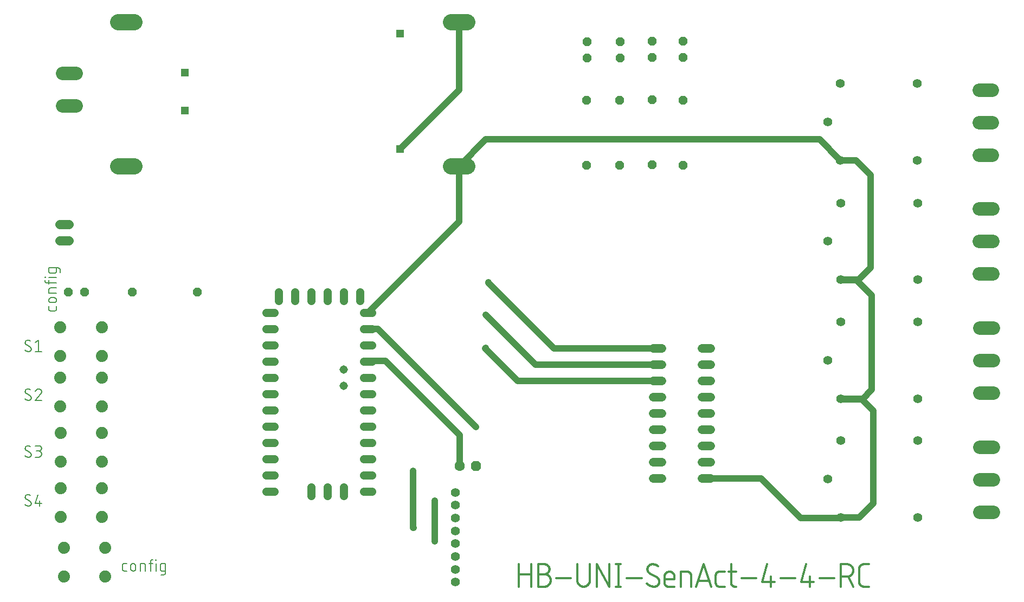
<source format=gbr>
G04 EAGLE Gerber RS-274X export*
G75*
%MOMM*%
%FSLAX34Y34*%
%LPD*%
%INTop Copper*%
%IPPOS*%
%AMOC8*
5,1,8,0,0,1.08239X$1,22.5*%
G01*
%ADD10C,0.304800*%
%ADD11C,0.152400*%
%ADD12P,1.732040X8X22.500000*%
%ADD13C,1.600200*%
%ADD14C,2.540000*%
%ADD15P,1.429621X8X292.500000*%
%ADD16P,1.429621X8X112.500000*%
%ADD17C,1.879600*%
%ADD18C,1.422400*%
%ADD19C,1.308000*%
%ADD20C,1.308000*%
%ADD21R,1.308000X1.308000*%
%ADD22C,1.320800*%
%ADD23P,1.429621X8X202.500000*%
%ADD24P,1.429621X8X22.500000*%
%ADD25C,2.095500*%
%ADD26C,1.422400*%
%ADD27C,1.408000*%
%ADD28C,1.016000*%
%ADD29C,0.756400*%


D10*
X797594Y65024D02*
X797594Y100076D01*
X797594Y84497D02*
X817067Y84497D01*
X817067Y100076D02*
X817067Y65024D01*
X828004Y84497D02*
X837740Y84497D01*
X837740Y84498D02*
X837977Y84495D01*
X838214Y84486D01*
X838451Y84472D01*
X838687Y84452D01*
X838923Y84426D01*
X839158Y84394D01*
X839392Y84357D01*
X839625Y84314D01*
X839857Y84265D01*
X840088Y84211D01*
X840317Y84151D01*
X840545Y84085D01*
X840771Y84014D01*
X840996Y83938D01*
X841218Y83856D01*
X841439Y83768D01*
X841657Y83675D01*
X841873Y83577D01*
X842086Y83474D01*
X842297Y83366D01*
X842505Y83252D01*
X842711Y83134D01*
X842913Y83010D01*
X843113Y82882D01*
X843309Y82748D01*
X843502Y82610D01*
X843691Y82468D01*
X843877Y82321D01*
X844059Y82169D01*
X844238Y82013D01*
X844412Y81852D01*
X844583Y81688D01*
X844750Y81519D01*
X844912Y81347D01*
X845070Y81170D01*
X845224Y80989D01*
X845374Y80805D01*
X845519Y80618D01*
X845659Y80427D01*
X845795Y80232D01*
X845925Y80034D01*
X846051Y79833D01*
X846172Y79630D01*
X846289Y79423D01*
X846400Y79213D01*
X846505Y79001D01*
X846606Y78786D01*
X846701Y78569D01*
X846791Y78350D01*
X846876Y78128D01*
X846955Y77905D01*
X847029Y77680D01*
X847098Y77452D01*
X847160Y77224D01*
X847218Y76994D01*
X847269Y76762D01*
X847315Y76530D01*
X847355Y76296D01*
X847390Y76061D01*
X847419Y75826D01*
X847442Y75590D01*
X847459Y75353D01*
X847471Y75117D01*
X847476Y74880D01*
X847476Y74642D01*
X847471Y74405D01*
X847459Y74169D01*
X847442Y73932D01*
X847419Y73696D01*
X847390Y73461D01*
X847355Y73226D01*
X847315Y72992D01*
X847269Y72760D01*
X847218Y72528D01*
X847160Y72298D01*
X847098Y72070D01*
X847029Y71842D01*
X846955Y71617D01*
X846876Y71394D01*
X846791Y71172D01*
X846701Y70953D01*
X846606Y70736D01*
X846505Y70521D01*
X846400Y70309D01*
X846289Y70099D01*
X846172Y69893D01*
X846051Y69689D01*
X845925Y69488D01*
X845795Y69290D01*
X845659Y69095D01*
X845519Y68904D01*
X845374Y68717D01*
X845224Y68533D01*
X845070Y68352D01*
X844912Y68175D01*
X844750Y68003D01*
X844583Y67834D01*
X844412Y67670D01*
X844238Y67509D01*
X844059Y67353D01*
X843877Y67201D01*
X843691Y67054D01*
X843502Y66912D01*
X843309Y66774D01*
X843113Y66640D01*
X842913Y66512D01*
X842711Y66388D01*
X842505Y66270D01*
X842297Y66156D01*
X842086Y66048D01*
X841873Y65945D01*
X841657Y65847D01*
X841439Y65754D01*
X841218Y65666D01*
X840996Y65584D01*
X840771Y65508D01*
X840545Y65437D01*
X840317Y65371D01*
X840088Y65311D01*
X839857Y65257D01*
X839625Y65208D01*
X839392Y65165D01*
X839158Y65128D01*
X838923Y65096D01*
X838687Y65070D01*
X838451Y65050D01*
X838214Y65036D01*
X837977Y65027D01*
X837740Y65024D01*
X828004Y65024D01*
X828004Y100076D01*
X837740Y100076D01*
X837930Y100074D01*
X838119Y100067D01*
X838309Y100055D01*
X838498Y100039D01*
X838686Y100018D01*
X838874Y99993D01*
X839061Y99963D01*
X839248Y99929D01*
X839434Y99890D01*
X839618Y99846D01*
X839802Y99798D01*
X839984Y99746D01*
X840165Y99689D01*
X840344Y99628D01*
X840522Y99562D01*
X840699Y99492D01*
X840873Y99418D01*
X841046Y99340D01*
X841217Y99257D01*
X841386Y99170D01*
X841552Y99079D01*
X841716Y98985D01*
X841878Y98886D01*
X842038Y98783D01*
X842195Y98676D01*
X842349Y98566D01*
X842500Y98452D01*
X842649Y98334D01*
X842795Y98213D01*
X842938Y98088D01*
X843077Y97960D01*
X843214Y97828D01*
X843347Y97693D01*
X843477Y97555D01*
X843604Y97414D01*
X843727Y97269D01*
X843847Y97122D01*
X843962Y96972D01*
X844075Y96819D01*
X844183Y96663D01*
X844288Y96505D01*
X844389Y96345D01*
X844485Y96182D01*
X844578Y96016D01*
X844667Y95848D01*
X844752Y95679D01*
X844832Y95507D01*
X844909Y95333D01*
X844981Y95158D01*
X845048Y94981D01*
X845112Y94802D01*
X845171Y94622D01*
X845226Y94440D01*
X845276Y94257D01*
X845321Y94073D01*
X845363Y93888D01*
X845399Y93702D01*
X845432Y93515D01*
X845459Y93327D01*
X845482Y93139D01*
X845501Y92950D01*
X845515Y92761D01*
X845524Y92571D01*
X845528Y92382D01*
X845528Y92192D01*
X845524Y92003D01*
X845515Y91813D01*
X845501Y91624D01*
X845482Y91435D01*
X845459Y91247D01*
X845432Y91059D01*
X845399Y90872D01*
X845363Y90686D01*
X845321Y90501D01*
X845276Y90317D01*
X845226Y90134D01*
X845171Y89952D01*
X845112Y89772D01*
X845048Y89593D01*
X844981Y89416D01*
X844909Y89241D01*
X844832Y89067D01*
X844752Y88895D01*
X844667Y88726D01*
X844578Y88558D01*
X844485Y88393D01*
X844389Y88229D01*
X844288Y88069D01*
X844183Y87911D01*
X844075Y87755D01*
X843962Y87602D01*
X843847Y87452D01*
X843727Y87305D01*
X843604Y87160D01*
X843477Y87019D01*
X843347Y86881D01*
X843214Y86746D01*
X843077Y86614D01*
X842938Y86486D01*
X842795Y86361D01*
X842649Y86240D01*
X842500Y86122D01*
X842349Y86008D01*
X842195Y85898D01*
X842038Y85791D01*
X841878Y85688D01*
X841716Y85589D01*
X841552Y85495D01*
X841386Y85404D01*
X841217Y85317D01*
X841046Y85234D01*
X840873Y85156D01*
X840699Y85082D01*
X840522Y85012D01*
X840344Y84946D01*
X840165Y84885D01*
X839984Y84828D01*
X839802Y84776D01*
X839618Y84728D01*
X839434Y84684D01*
X839248Y84645D01*
X839061Y84611D01*
X838874Y84581D01*
X838686Y84556D01*
X838498Y84535D01*
X838309Y84519D01*
X838119Y84507D01*
X837930Y84500D01*
X837740Y84498D01*
X855654Y78655D02*
X879022Y78655D01*
X889034Y74761D02*
X889034Y100076D01*
X889034Y74761D02*
X889037Y74524D01*
X889046Y74287D01*
X889060Y74050D01*
X889080Y73814D01*
X889106Y73578D01*
X889138Y73343D01*
X889175Y73109D01*
X889218Y72876D01*
X889267Y72644D01*
X889321Y72413D01*
X889381Y72184D01*
X889447Y71956D01*
X889518Y71730D01*
X889594Y71505D01*
X889676Y71283D01*
X889764Y71062D01*
X889857Y70844D01*
X889955Y70628D01*
X890058Y70415D01*
X890166Y70204D01*
X890280Y69996D01*
X890398Y69790D01*
X890522Y69588D01*
X890650Y69388D01*
X890784Y69192D01*
X890922Y68999D01*
X891064Y68810D01*
X891211Y68624D01*
X891363Y68442D01*
X891519Y68263D01*
X891680Y68089D01*
X891844Y67918D01*
X892013Y67751D01*
X892185Y67589D01*
X892362Y67431D01*
X892543Y67277D01*
X892727Y67127D01*
X892914Y66982D01*
X893105Y66842D01*
X893300Y66706D01*
X893498Y66576D01*
X893699Y66450D01*
X893903Y66329D01*
X894109Y66212D01*
X894319Y66101D01*
X894531Y65996D01*
X894746Y65895D01*
X894963Y65800D01*
X895182Y65710D01*
X895404Y65625D01*
X895627Y65546D01*
X895852Y65472D01*
X896080Y65403D01*
X896308Y65341D01*
X896538Y65283D01*
X896770Y65232D01*
X897002Y65186D01*
X897236Y65146D01*
X897471Y65111D01*
X897706Y65082D01*
X897942Y65059D01*
X898179Y65042D01*
X898415Y65030D01*
X898652Y65025D01*
X898890Y65025D01*
X899127Y65030D01*
X899363Y65042D01*
X899600Y65059D01*
X899836Y65082D01*
X900071Y65111D01*
X900306Y65146D01*
X900540Y65186D01*
X900772Y65232D01*
X901004Y65283D01*
X901234Y65341D01*
X901462Y65403D01*
X901690Y65472D01*
X901915Y65546D01*
X902138Y65625D01*
X902360Y65710D01*
X902579Y65800D01*
X902796Y65895D01*
X903011Y65996D01*
X903223Y66101D01*
X903433Y66212D01*
X903640Y66329D01*
X903843Y66450D01*
X904044Y66576D01*
X904242Y66706D01*
X904437Y66842D01*
X904628Y66982D01*
X904815Y67127D01*
X904999Y67277D01*
X905180Y67431D01*
X905357Y67589D01*
X905529Y67751D01*
X905698Y67918D01*
X905862Y68089D01*
X906023Y68263D01*
X906179Y68442D01*
X906331Y68624D01*
X906478Y68810D01*
X906620Y68999D01*
X906758Y69192D01*
X906892Y69388D01*
X907020Y69588D01*
X907144Y69790D01*
X907262Y69996D01*
X907376Y70204D01*
X907484Y70415D01*
X907587Y70628D01*
X907685Y70844D01*
X907778Y71062D01*
X907866Y71283D01*
X907948Y71505D01*
X908024Y71730D01*
X908095Y71956D01*
X908161Y72184D01*
X908221Y72413D01*
X908275Y72644D01*
X908324Y72876D01*
X908367Y73109D01*
X908404Y73343D01*
X908436Y73578D01*
X908462Y73814D01*
X908482Y74050D01*
X908496Y74287D01*
X908505Y74524D01*
X908508Y74761D01*
X908507Y74761D02*
X908507Y100076D01*
X919514Y100076D02*
X919514Y65024D01*
X938987Y65024D02*
X919514Y100076D01*
X938987Y100076D02*
X938987Y65024D01*
X953063Y65024D02*
X953063Y100076D01*
X949169Y65024D02*
X956958Y65024D01*
X956958Y100076D02*
X949169Y100076D01*
X966144Y78655D02*
X989512Y78655D01*
X1009303Y65024D02*
X1009491Y65026D01*
X1009679Y65033D01*
X1009867Y65044D01*
X1010055Y65060D01*
X1010242Y65081D01*
X1010428Y65106D01*
X1010614Y65135D01*
X1010799Y65169D01*
X1010984Y65208D01*
X1011167Y65250D01*
X1011349Y65298D01*
X1011530Y65349D01*
X1011710Y65405D01*
X1011888Y65466D01*
X1012065Y65530D01*
X1012240Y65599D01*
X1012414Y65672D01*
X1012585Y65749D01*
X1012755Y65831D01*
X1012923Y65916D01*
X1013088Y66006D01*
X1013252Y66099D01*
X1013413Y66196D01*
X1013571Y66298D01*
X1013728Y66403D01*
X1013881Y66512D01*
X1014032Y66624D01*
X1014180Y66740D01*
X1014326Y66860D01*
X1014468Y66983D01*
X1014607Y67109D01*
X1014744Y67239D01*
X1014877Y67372D01*
X1015007Y67509D01*
X1015133Y67648D01*
X1015256Y67790D01*
X1015376Y67936D01*
X1015492Y68084D01*
X1015604Y68235D01*
X1015713Y68388D01*
X1015818Y68545D01*
X1015920Y68703D01*
X1016017Y68864D01*
X1016110Y69028D01*
X1016200Y69193D01*
X1016285Y69361D01*
X1016367Y69531D01*
X1016444Y69702D01*
X1016517Y69876D01*
X1016586Y70051D01*
X1016650Y70228D01*
X1016711Y70406D01*
X1016767Y70586D01*
X1016818Y70767D01*
X1016866Y70949D01*
X1016908Y71132D01*
X1016947Y71317D01*
X1016981Y71502D01*
X1017010Y71688D01*
X1017035Y71874D01*
X1017056Y72061D01*
X1017072Y72249D01*
X1017083Y72437D01*
X1017090Y72625D01*
X1017092Y72813D01*
X1009303Y65024D02*
X1008909Y65029D01*
X1008516Y65043D01*
X1008123Y65066D01*
X1007731Y65099D01*
X1007339Y65142D01*
X1006949Y65193D01*
X1006560Y65254D01*
X1006172Y65325D01*
X1005787Y65404D01*
X1005403Y65493D01*
X1005022Y65591D01*
X1004643Y65698D01*
X1004267Y65814D01*
X1003894Y65939D01*
X1003523Y66072D01*
X1003156Y66215D01*
X1002793Y66367D01*
X1002433Y66527D01*
X1002077Y66695D01*
X1001726Y66872D01*
X1001379Y67058D01*
X1001036Y67252D01*
X1000698Y67453D01*
X1000365Y67663D01*
X1000037Y67881D01*
X999714Y68107D01*
X999397Y68340D01*
X999085Y68581D01*
X998780Y68829D01*
X998480Y69084D01*
X998187Y69347D01*
X997900Y69616D01*
X997619Y69892D01*
X998593Y92287D02*
X998595Y92475D01*
X998602Y92663D01*
X998613Y92851D01*
X998629Y93039D01*
X998650Y93226D01*
X998675Y93412D01*
X998704Y93598D01*
X998738Y93783D01*
X998777Y93968D01*
X998819Y94151D01*
X998867Y94333D01*
X998918Y94514D01*
X998974Y94694D01*
X999035Y94872D01*
X999099Y95049D01*
X999168Y95224D01*
X999241Y95398D01*
X999318Y95569D01*
X999400Y95739D01*
X999485Y95907D01*
X999575Y96072D01*
X999668Y96236D01*
X999766Y96397D01*
X999867Y96555D01*
X999972Y96712D01*
X1000081Y96865D01*
X1000193Y97016D01*
X1000309Y97164D01*
X1000429Y97310D01*
X1000552Y97452D01*
X1000678Y97591D01*
X1000808Y97728D01*
X1000941Y97861D01*
X1001078Y97991D01*
X1001217Y98117D01*
X1001359Y98240D01*
X1001505Y98360D01*
X1001653Y98476D01*
X1001804Y98588D01*
X1001957Y98697D01*
X1002114Y98802D01*
X1002272Y98904D01*
X1002433Y99001D01*
X1002597Y99094D01*
X1002762Y99184D01*
X1002930Y99269D01*
X1003100Y99351D01*
X1003271Y99428D01*
X1003445Y99501D01*
X1003620Y99570D01*
X1003797Y99634D01*
X1003975Y99695D01*
X1004155Y99751D01*
X1004336Y99802D01*
X1004518Y99850D01*
X1004701Y99893D01*
X1004886Y99931D01*
X1005071Y99965D01*
X1005257Y99994D01*
X1005443Y100019D01*
X1005630Y100040D01*
X1005818Y100056D01*
X1006006Y100067D01*
X1006194Y100074D01*
X1006382Y100076D01*
X1006730Y100072D01*
X1007078Y100059D01*
X1007425Y100039D01*
X1007772Y100010D01*
X1008118Y99972D01*
X1008463Y99927D01*
X1008807Y99873D01*
X1009150Y99811D01*
X1009491Y99741D01*
X1009830Y99663D01*
X1010167Y99577D01*
X1010502Y99483D01*
X1010835Y99381D01*
X1011165Y99271D01*
X1011493Y99153D01*
X1011817Y99027D01*
X1012139Y98894D01*
X1012457Y98753D01*
X1012772Y98604D01*
X1013083Y98448D01*
X1013390Y98285D01*
X1013694Y98114D01*
X1013993Y97936D01*
X1014288Y97751D01*
X1014578Y97559D01*
X1014864Y97361D01*
X1015145Y97155D01*
X1002488Y85471D02*
X1002324Y85570D01*
X1002163Y85673D01*
X1002005Y85780D01*
X1001849Y85890D01*
X1001696Y86005D01*
X1001546Y86123D01*
X1001398Y86244D01*
X1001254Y86369D01*
X1001113Y86498D01*
X1000974Y86630D01*
X1000839Y86765D01*
X1000708Y86903D01*
X1000579Y87045D01*
X1000455Y87189D01*
X1000333Y87337D01*
X1000216Y87487D01*
X1000101Y87640D01*
X999991Y87796D01*
X999885Y87955D01*
X999782Y88116D01*
X999683Y88279D01*
X999588Y88445D01*
X999498Y88613D01*
X999411Y88784D01*
X999329Y88956D01*
X999250Y89130D01*
X999176Y89306D01*
X999106Y89484D01*
X999041Y89663D01*
X998980Y89844D01*
X998923Y90027D01*
X998870Y90210D01*
X998823Y90395D01*
X998779Y90581D01*
X998740Y90768D01*
X998706Y90956D01*
X998676Y91145D01*
X998651Y91334D01*
X998630Y91524D01*
X998614Y91714D01*
X998602Y91905D01*
X998595Y92096D01*
X998593Y92287D01*
X1013197Y79629D02*
X1013361Y79530D01*
X1013522Y79427D01*
X1013680Y79320D01*
X1013836Y79210D01*
X1013989Y79095D01*
X1014139Y78977D01*
X1014287Y78856D01*
X1014431Y78731D01*
X1014572Y78602D01*
X1014711Y78470D01*
X1014846Y78335D01*
X1014977Y78197D01*
X1015106Y78055D01*
X1015230Y77911D01*
X1015352Y77763D01*
X1015469Y77613D01*
X1015584Y77460D01*
X1015694Y77304D01*
X1015800Y77145D01*
X1015903Y76984D01*
X1016002Y76821D01*
X1016097Y76655D01*
X1016187Y76487D01*
X1016274Y76316D01*
X1016356Y76144D01*
X1016435Y75970D01*
X1016509Y75794D01*
X1016579Y75616D01*
X1016644Y75437D01*
X1016705Y75256D01*
X1016762Y75073D01*
X1016815Y74890D01*
X1016862Y74705D01*
X1016906Y74519D01*
X1016945Y74332D01*
X1016979Y74144D01*
X1017009Y73955D01*
X1017034Y73766D01*
X1017055Y73576D01*
X1017071Y73386D01*
X1017083Y73195D01*
X1017090Y73004D01*
X1017092Y72813D01*
X1013198Y79629D02*
X1002487Y85471D01*
X1031126Y65024D02*
X1040863Y65024D01*
X1031126Y65024D02*
X1030976Y65026D01*
X1030825Y65032D01*
X1030675Y65041D01*
X1030525Y65055D01*
X1030376Y65072D01*
X1030227Y65094D01*
X1030079Y65119D01*
X1029931Y65148D01*
X1029784Y65180D01*
X1029638Y65217D01*
X1029493Y65257D01*
X1029349Y65301D01*
X1029207Y65348D01*
X1029065Y65400D01*
X1028925Y65454D01*
X1028787Y65513D01*
X1028649Y65575D01*
X1028514Y65640D01*
X1028380Y65709D01*
X1028249Y65782D01*
X1028119Y65858D01*
X1027991Y65937D01*
X1027865Y66019D01*
X1027741Y66105D01*
X1027620Y66193D01*
X1027500Y66285D01*
X1027384Y66380D01*
X1027269Y66478D01*
X1027158Y66579D01*
X1027049Y66682D01*
X1026942Y66789D01*
X1026839Y66898D01*
X1026738Y67009D01*
X1026640Y67124D01*
X1026545Y67240D01*
X1026453Y67360D01*
X1026365Y67481D01*
X1026279Y67605D01*
X1026197Y67731D01*
X1026118Y67859D01*
X1026042Y67989D01*
X1025969Y68120D01*
X1025900Y68254D01*
X1025835Y68389D01*
X1025773Y68527D01*
X1025714Y68665D01*
X1025660Y68805D01*
X1025608Y68947D01*
X1025561Y69089D01*
X1025517Y69233D01*
X1025477Y69378D01*
X1025440Y69524D01*
X1025408Y69671D01*
X1025379Y69819D01*
X1025354Y69967D01*
X1025332Y70116D01*
X1025315Y70265D01*
X1025301Y70415D01*
X1025292Y70565D01*
X1025286Y70716D01*
X1025284Y70866D01*
X1025284Y80603D01*
X1025286Y80793D01*
X1025293Y80982D01*
X1025305Y81172D01*
X1025321Y81361D01*
X1025342Y81549D01*
X1025367Y81737D01*
X1025397Y81924D01*
X1025431Y82111D01*
X1025470Y82297D01*
X1025514Y82481D01*
X1025562Y82665D01*
X1025614Y82847D01*
X1025671Y83028D01*
X1025732Y83207D01*
X1025798Y83385D01*
X1025868Y83562D01*
X1025942Y83736D01*
X1026020Y83909D01*
X1026103Y84080D01*
X1026190Y84249D01*
X1026281Y84415D01*
X1026375Y84579D01*
X1026474Y84741D01*
X1026577Y84901D01*
X1026684Y85058D01*
X1026794Y85212D01*
X1026908Y85363D01*
X1027026Y85512D01*
X1027147Y85658D01*
X1027272Y85801D01*
X1027400Y85940D01*
X1027532Y86077D01*
X1027667Y86210D01*
X1027805Y86340D01*
X1027946Y86467D01*
X1028091Y86590D01*
X1028238Y86710D01*
X1028388Y86825D01*
X1028541Y86938D01*
X1028697Y87046D01*
X1028855Y87151D01*
X1029015Y87252D01*
X1029179Y87348D01*
X1029344Y87441D01*
X1029512Y87530D01*
X1029681Y87615D01*
X1029853Y87695D01*
X1030027Y87772D01*
X1030202Y87844D01*
X1030379Y87911D01*
X1030558Y87975D01*
X1030738Y88034D01*
X1030920Y88089D01*
X1031103Y88139D01*
X1031287Y88184D01*
X1031472Y88226D01*
X1031658Y88262D01*
X1031845Y88295D01*
X1032033Y88322D01*
X1032221Y88345D01*
X1032410Y88364D01*
X1032599Y88378D01*
X1032789Y88387D01*
X1032978Y88391D01*
X1033168Y88391D01*
X1033357Y88387D01*
X1033547Y88378D01*
X1033736Y88364D01*
X1033925Y88345D01*
X1034113Y88322D01*
X1034301Y88295D01*
X1034488Y88262D01*
X1034674Y88226D01*
X1034859Y88184D01*
X1035043Y88139D01*
X1035226Y88089D01*
X1035408Y88034D01*
X1035588Y87975D01*
X1035767Y87911D01*
X1035944Y87844D01*
X1036119Y87772D01*
X1036293Y87695D01*
X1036465Y87615D01*
X1036634Y87530D01*
X1036802Y87441D01*
X1036968Y87348D01*
X1037131Y87252D01*
X1037291Y87151D01*
X1037449Y87046D01*
X1037605Y86938D01*
X1037758Y86825D01*
X1037908Y86710D01*
X1038055Y86590D01*
X1038200Y86467D01*
X1038341Y86340D01*
X1038479Y86210D01*
X1038614Y86077D01*
X1038746Y85940D01*
X1038874Y85801D01*
X1038999Y85658D01*
X1039120Y85512D01*
X1039238Y85363D01*
X1039352Y85212D01*
X1039462Y85058D01*
X1039569Y84901D01*
X1039672Y84741D01*
X1039771Y84579D01*
X1039865Y84415D01*
X1039956Y84249D01*
X1040043Y84080D01*
X1040126Y83909D01*
X1040204Y83736D01*
X1040278Y83562D01*
X1040348Y83385D01*
X1040414Y83207D01*
X1040475Y83028D01*
X1040532Y82847D01*
X1040584Y82665D01*
X1040632Y82481D01*
X1040676Y82297D01*
X1040715Y82111D01*
X1040749Y81924D01*
X1040779Y81737D01*
X1040804Y81549D01*
X1040825Y81361D01*
X1040841Y81172D01*
X1040853Y80982D01*
X1040860Y80793D01*
X1040862Y80603D01*
X1040863Y80603D02*
X1040863Y76708D01*
X1025284Y76708D01*
X1051001Y65024D02*
X1051001Y88392D01*
X1060738Y88392D01*
X1060888Y88390D01*
X1061039Y88384D01*
X1061189Y88375D01*
X1061339Y88361D01*
X1061488Y88344D01*
X1061637Y88322D01*
X1061785Y88297D01*
X1061933Y88268D01*
X1062080Y88236D01*
X1062226Y88199D01*
X1062371Y88159D01*
X1062515Y88115D01*
X1062657Y88068D01*
X1062799Y88016D01*
X1062939Y87962D01*
X1063077Y87903D01*
X1063215Y87841D01*
X1063350Y87776D01*
X1063484Y87707D01*
X1063615Y87634D01*
X1063745Y87558D01*
X1063873Y87479D01*
X1063999Y87397D01*
X1064123Y87311D01*
X1064244Y87223D01*
X1064364Y87131D01*
X1064480Y87036D01*
X1064595Y86938D01*
X1064706Y86837D01*
X1064815Y86734D01*
X1064922Y86627D01*
X1065025Y86518D01*
X1065126Y86407D01*
X1065224Y86292D01*
X1065319Y86176D01*
X1065411Y86056D01*
X1065499Y85935D01*
X1065585Y85811D01*
X1065667Y85685D01*
X1065746Y85557D01*
X1065822Y85427D01*
X1065895Y85296D01*
X1065964Y85162D01*
X1066029Y85027D01*
X1066091Y84889D01*
X1066150Y84751D01*
X1066204Y84611D01*
X1066256Y84469D01*
X1066303Y84327D01*
X1066347Y84183D01*
X1066387Y84038D01*
X1066424Y83892D01*
X1066456Y83745D01*
X1066485Y83597D01*
X1066510Y83449D01*
X1066532Y83300D01*
X1066549Y83151D01*
X1066563Y83001D01*
X1066572Y82851D01*
X1066578Y82700D01*
X1066580Y82550D01*
X1066580Y65024D01*
X1074729Y65024D02*
X1086413Y100076D01*
X1098097Y65024D01*
X1095176Y73787D02*
X1077650Y73787D01*
X1111127Y65024D02*
X1118917Y65024D01*
X1111127Y65024D02*
X1110977Y65026D01*
X1110826Y65032D01*
X1110676Y65041D01*
X1110526Y65055D01*
X1110377Y65072D01*
X1110228Y65094D01*
X1110080Y65119D01*
X1109932Y65148D01*
X1109785Y65180D01*
X1109639Y65217D01*
X1109494Y65257D01*
X1109350Y65301D01*
X1109208Y65348D01*
X1109066Y65400D01*
X1108926Y65454D01*
X1108788Y65513D01*
X1108650Y65575D01*
X1108515Y65640D01*
X1108381Y65709D01*
X1108250Y65782D01*
X1108120Y65858D01*
X1107992Y65937D01*
X1107866Y66019D01*
X1107742Y66105D01*
X1107621Y66193D01*
X1107501Y66285D01*
X1107385Y66380D01*
X1107270Y66478D01*
X1107159Y66579D01*
X1107050Y66682D01*
X1106943Y66789D01*
X1106840Y66898D01*
X1106739Y67009D01*
X1106641Y67124D01*
X1106546Y67240D01*
X1106454Y67360D01*
X1106366Y67481D01*
X1106280Y67605D01*
X1106198Y67731D01*
X1106119Y67859D01*
X1106043Y67989D01*
X1105970Y68120D01*
X1105901Y68254D01*
X1105836Y68389D01*
X1105774Y68527D01*
X1105715Y68665D01*
X1105661Y68805D01*
X1105609Y68947D01*
X1105562Y69089D01*
X1105518Y69233D01*
X1105478Y69378D01*
X1105441Y69524D01*
X1105409Y69671D01*
X1105380Y69819D01*
X1105355Y69967D01*
X1105333Y70116D01*
X1105316Y70265D01*
X1105302Y70415D01*
X1105293Y70565D01*
X1105287Y70716D01*
X1105285Y70866D01*
X1105285Y82550D01*
X1105287Y82700D01*
X1105293Y82851D01*
X1105302Y83001D01*
X1105316Y83151D01*
X1105333Y83300D01*
X1105355Y83449D01*
X1105380Y83597D01*
X1105409Y83745D01*
X1105441Y83892D01*
X1105478Y84038D01*
X1105518Y84183D01*
X1105562Y84327D01*
X1105609Y84469D01*
X1105661Y84611D01*
X1105715Y84751D01*
X1105774Y84889D01*
X1105836Y85027D01*
X1105901Y85162D01*
X1105970Y85296D01*
X1106043Y85427D01*
X1106119Y85557D01*
X1106198Y85685D01*
X1106280Y85811D01*
X1106366Y85935D01*
X1106454Y86056D01*
X1106546Y86176D01*
X1106641Y86292D01*
X1106739Y86407D01*
X1106840Y86518D01*
X1106943Y86627D01*
X1107050Y86734D01*
X1107159Y86837D01*
X1107270Y86938D01*
X1107385Y87036D01*
X1107501Y87131D01*
X1107621Y87223D01*
X1107742Y87311D01*
X1107866Y87397D01*
X1107992Y87479D01*
X1108120Y87558D01*
X1108250Y87634D01*
X1108381Y87707D01*
X1108515Y87776D01*
X1108650Y87841D01*
X1108788Y87903D01*
X1108926Y87962D01*
X1109066Y88016D01*
X1109208Y88068D01*
X1109350Y88115D01*
X1109494Y88159D01*
X1109639Y88199D01*
X1109785Y88236D01*
X1109932Y88268D01*
X1110080Y88297D01*
X1110228Y88322D01*
X1110377Y88344D01*
X1110526Y88361D01*
X1110676Y88375D01*
X1110826Y88384D01*
X1110977Y88390D01*
X1111127Y88392D01*
X1118917Y88392D01*
X1125381Y88392D02*
X1137065Y88392D01*
X1129276Y100076D02*
X1129276Y70866D01*
X1129278Y70716D01*
X1129284Y70565D01*
X1129293Y70415D01*
X1129307Y70265D01*
X1129324Y70116D01*
X1129346Y69967D01*
X1129371Y69819D01*
X1129400Y69671D01*
X1129432Y69524D01*
X1129469Y69378D01*
X1129509Y69233D01*
X1129553Y69089D01*
X1129600Y68947D01*
X1129652Y68805D01*
X1129706Y68665D01*
X1129765Y68527D01*
X1129827Y68389D01*
X1129892Y68254D01*
X1129961Y68120D01*
X1130034Y67989D01*
X1130110Y67859D01*
X1130189Y67731D01*
X1130271Y67605D01*
X1130357Y67481D01*
X1130445Y67360D01*
X1130537Y67240D01*
X1130632Y67124D01*
X1130730Y67009D01*
X1130831Y66898D01*
X1130934Y66789D01*
X1131041Y66682D01*
X1131150Y66579D01*
X1131261Y66478D01*
X1131376Y66380D01*
X1131492Y66285D01*
X1131612Y66193D01*
X1131733Y66105D01*
X1131857Y66019D01*
X1131983Y65937D01*
X1132111Y65858D01*
X1132241Y65782D01*
X1132372Y65709D01*
X1132506Y65640D01*
X1132641Y65575D01*
X1132779Y65513D01*
X1132917Y65454D01*
X1133057Y65400D01*
X1133199Y65348D01*
X1133341Y65301D01*
X1133485Y65257D01*
X1133630Y65217D01*
X1133776Y65180D01*
X1133923Y65148D01*
X1134071Y65119D01*
X1134219Y65094D01*
X1134368Y65072D01*
X1134517Y65055D01*
X1134667Y65041D01*
X1134817Y65032D01*
X1134968Y65026D01*
X1135118Y65024D01*
X1137065Y65024D01*
X1145214Y78655D02*
X1168582Y78655D01*
X1177641Y72813D02*
X1185431Y100076D01*
X1177641Y72813D02*
X1197115Y72813D01*
X1191273Y65024D02*
X1191273Y80603D01*
X1206174Y78655D02*
X1229542Y78655D01*
X1238601Y72813D02*
X1246391Y100076D01*
X1238601Y72813D02*
X1258075Y72813D01*
X1252233Y65024D02*
X1252233Y80603D01*
X1267134Y78655D02*
X1290502Y78655D01*
X1300484Y65024D02*
X1300484Y100076D01*
X1310220Y100076D01*
X1310457Y100073D01*
X1310694Y100064D01*
X1310931Y100050D01*
X1311167Y100030D01*
X1311403Y100004D01*
X1311638Y99972D01*
X1311872Y99935D01*
X1312105Y99892D01*
X1312337Y99843D01*
X1312568Y99789D01*
X1312797Y99729D01*
X1313025Y99663D01*
X1313251Y99592D01*
X1313476Y99516D01*
X1313698Y99434D01*
X1313919Y99346D01*
X1314137Y99253D01*
X1314353Y99155D01*
X1314566Y99052D01*
X1314777Y98944D01*
X1314985Y98830D01*
X1315191Y98712D01*
X1315393Y98588D01*
X1315593Y98460D01*
X1315789Y98326D01*
X1315982Y98188D01*
X1316171Y98046D01*
X1316357Y97899D01*
X1316539Y97747D01*
X1316718Y97591D01*
X1316892Y97430D01*
X1317063Y97266D01*
X1317230Y97097D01*
X1317392Y96925D01*
X1317550Y96748D01*
X1317704Y96567D01*
X1317854Y96383D01*
X1317999Y96196D01*
X1318139Y96005D01*
X1318275Y95810D01*
X1318405Y95612D01*
X1318531Y95411D01*
X1318652Y95208D01*
X1318769Y95001D01*
X1318880Y94791D01*
X1318985Y94579D01*
X1319086Y94364D01*
X1319181Y94147D01*
X1319271Y93928D01*
X1319356Y93706D01*
X1319435Y93483D01*
X1319509Y93258D01*
X1319578Y93030D01*
X1319640Y92802D01*
X1319698Y92572D01*
X1319749Y92340D01*
X1319795Y92108D01*
X1319835Y91874D01*
X1319870Y91639D01*
X1319899Y91404D01*
X1319922Y91168D01*
X1319939Y90931D01*
X1319951Y90695D01*
X1319956Y90458D01*
X1319956Y90220D01*
X1319951Y89983D01*
X1319939Y89747D01*
X1319922Y89510D01*
X1319899Y89274D01*
X1319870Y89039D01*
X1319835Y88804D01*
X1319795Y88570D01*
X1319749Y88338D01*
X1319698Y88106D01*
X1319640Y87876D01*
X1319578Y87648D01*
X1319509Y87420D01*
X1319435Y87195D01*
X1319356Y86972D01*
X1319271Y86750D01*
X1319181Y86531D01*
X1319086Y86314D01*
X1318985Y86099D01*
X1318880Y85887D01*
X1318769Y85677D01*
X1318652Y85471D01*
X1318531Y85267D01*
X1318405Y85066D01*
X1318275Y84868D01*
X1318139Y84673D01*
X1317999Y84482D01*
X1317854Y84295D01*
X1317704Y84111D01*
X1317550Y83930D01*
X1317392Y83753D01*
X1317230Y83581D01*
X1317063Y83412D01*
X1316892Y83248D01*
X1316718Y83087D01*
X1316539Y82931D01*
X1316357Y82779D01*
X1316171Y82632D01*
X1315982Y82490D01*
X1315789Y82352D01*
X1315593Y82218D01*
X1315393Y82090D01*
X1315191Y81966D01*
X1314985Y81848D01*
X1314777Y81734D01*
X1314566Y81626D01*
X1314353Y81523D01*
X1314137Y81425D01*
X1313919Y81332D01*
X1313698Y81244D01*
X1313476Y81162D01*
X1313251Y81086D01*
X1313025Y81015D01*
X1312797Y80949D01*
X1312568Y80889D01*
X1312337Y80835D01*
X1312105Y80786D01*
X1311872Y80743D01*
X1311638Y80706D01*
X1311403Y80674D01*
X1311167Y80648D01*
X1310931Y80628D01*
X1310694Y80614D01*
X1310457Y80605D01*
X1310220Y80602D01*
X1310220Y80603D02*
X1300484Y80603D01*
X1312168Y80603D02*
X1319957Y65024D01*
X1336887Y65024D02*
X1344676Y65024D01*
X1336887Y65024D02*
X1336699Y65026D01*
X1336511Y65033D01*
X1336323Y65044D01*
X1336135Y65060D01*
X1335948Y65081D01*
X1335762Y65106D01*
X1335576Y65135D01*
X1335391Y65169D01*
X1335206Y65208D01*
X1335023Y65250D01*
X1334841Y65298D01*
X1334660Y65349D01*
X1334480Y65405D01*
X1334302Y65466D01*
X1334125Y65530D01*
X1333950Y65599D01*
X1333776Y65672D01*
X1333605Y65749D01*
X1333435Y65831D01*
X1333267Y65916D01*
X1333102Y66006D01*
X1332938Y66099D01*
X1332777Y66196D01*
X1332619Y66298D01*
X1332462Y66403D01*
X1332309Y66512D01*
X1332158Y66624D01*
X1332010Y66740D01*
X1331864Y66860D01*
X1331722Y66983D01*
X1331583Y67109D01*
X1331446Y67239D01*
X1331313Y67372D01*
X1331183Y67509D01*
X1331057Y67648D01*
X1330934Y67790D01*
X1330814Y67936D01*
X1330698Y68084D01*
X1330586Y68235D01*
X1330477Y68388D01*
X1330372Y68545D01*
X1330270Y68703D01*
X1330173Y68864D01*
X1330080Y69028D01*
X1329990Y69193D01*
X1329905Y69361D01*
X1329823Y69531D01*
X1329746Y69702D01*
X1329673Y69876D01*
X1329604Y70051D01*
X1329540Y70228D01*
X1329479Y70406D01*
X1329423Y70586D01*
X1329372Y70767D01*
X1329324Y70949D01*
X1329282Y71132D01*
X1329243Y71317D01*
X1329209Y71502D01*
X1329180Y71688D01*
X1329155Y71874D01*
X1329134Y72061D01*
X1329118Y72249D01*
X1329107Y72437D01*
X1329100Y72625D01*
X1329098Y72813D01*
X1329097Y72813D02*
X1329097Y92287D01*
X1329098Y92287D02*
X1329100Y92478D01*
X1329107Y92669D01*
X1329119Y92860D01*
X1329136Y93050D01*
X1329157Y93240D01*
X1329182Y93430D01*
X1329213Y93619D01*
X1329248Y93807D01*
X1329287Y93994D01*
X1329331Y94180D01*
X1329380Y94364D01*
X1329433Y94548D01*
X1329491Y94730D01*
X1329553Y94911D01*
X1329620Y95090D01*
X1329691Y95268D01*
X1329766Y95443D01*
X1329846Y95617D01*
X1329930Y95789D01*
X1330018Y95959D01*
X1330110Y96126D01*
X1330206Y96291D01*
X1330306Y96454D01*
X1330411Y96614D01*
X1330519Y96772D01*
X1330631Y96927D01*
X1330747Y97079D01*
X1330866Y97228D01*
X1330989Y97375D01*
X1331116Y97518D01*
X1331246Y97658D01*
X1331379Y97795D01*
X1331516Y97928D01*
X1331656Y98058D01*
X1331799Y98185D01*
X1331946Y98308D01*
X1332095Y98427D01*
X1332247Y98543D01*
X1332402Y98655D01*
X1332560Y98763D01*
X1332720Y98868D01*
X1332883Y98968D01*
X1333048Y99064D01*
X1333215Y99156D01*
X1333385Y99244D01*
X1333557Y99328D01*
X1333731Y99408D01*
X1333906Y99483D01*
X1334084Y99554D01*
X1334263Y99621D01*
X1334444Y99683D01*
X1334626Y99741D01*
X1334810Y99794D01*
X1334994Y99843D01*
X1335180Y99887D01*
X1335367Y99926D01*
X1335555Y99961D01*
X1335744Y99992D01*
X1335934Y100017D01*
X1336124Y100038D01*
X1336314Y100055D01*
X1336505Y100067D01*
X1336696Y100074D01*
X1336887Y100076D01*
X1344676Y100076D01*
D11*
X36040Y436513D02*
X36038Y436389D01*
X36032Y436265D01*
X36022Y436141D01*
X36009Y436018D01*
X35991Y435895D01*
X35970Y435773D01*
X35945Y435651D01*
X35916Y435530D01*
X35883Y435411D01*
X35847Y435292D01*
X35806Y435175D01*
X35763Y435059D01*
X35715Y434944D01*
X35664Y434831D01*
X35609Y434719D01*
X35551Y434610D01*
X35490Y434502D01*
X35425Y434396D01*
X35357Y434292D01*
X35285Y434191D01*
X35211Y434091D01*
X35133Y433995D01*
X35053Y433900D01*
X34969Y433808D01*
X34883Y433719D01*
X34794Y433633D01*
X34702Y433549D01*
X34607Y433469D01*
X34511Y433391D01*
X34411Y433317D01*
X34310Y433245D01*
X34206Y433177D01*
X34100Y433112D01*
X33992Y433051D01*
X33883Y432993D01*
X33771Y432938D01*
X33658Y432887D01*
X33543Y432839D01*
X33427Y432796D01*
X33310Y432755D01*
X33191Y432719D01*
X33072Y432686D01*
X32951Y432657D01*
X32829Y432632D01*
X32707Y432611D01*
X32584Y432593D01*
X32461Y432580D01*
X32337Y432570D01*
X32213Y432564D01*
X32089Y432562D01*
X31889Y432564D01*
X31690Y432572D01*
X31490Y432583D01*
X31291Y432600D01*
X31093Y432622D01*
X30895Y432648D01*
X30698Y432679D01*
X30501Y432714D01*
X30305Y432755D01*
X30111Y432800D01*
X29917Y432849D01*
X29725Y432904D01*
X29534Y432963D01*
X29345Y433026D01*
X29157Y433094D01*
X28971Y433166D01*
X28787Y433243D01*
X28604Y433324D01*
X28424Y433410D01*
X28245Y433500D01*
X28069Y433594D01*
X27895Y433692D01*
X27724Y433794D01*
X27555Y433901D01*
X27389Y434011D01*
X27225Y434126D01*
X27064Y434244D01*
X26906Y434366D01*
X26751Y434492D01*
X26599Y434622D01*
X26450Y434755D01*
X26304Y434891D01*
X26162Y435032D01*
X26656Y446391D02*
X26658Y446515D01*
X26664Y446639D01*
X26674Y446763D01*
X26687Y446886D01*
X26705Y447009D01*
X26726Y447131D01*
X26751Y447253D01*
X26780Y447374D01*
X26813Y447493D01*
X26849Y447612D01*
X26890Y447729D01*
X26933Y447845D01*
X26981Y447960D01*
X27032Y448073D01*
X27087Y448185D01*
X27145Y448294D01*
X27206Y448402D01*
X27271Y448508D01*
X27339Y448612D01*
X27411Y448713D01*
X27485Y448813D01*
X27563Y448909D01*
X27643Y449004D01*
X27727Y449096D01*
X27813Y449185D01*
X27902Y449271D01*
X27994Y449355D01*
X28089Y449435D01*
X28185Y449513D01*
X28285Y449587D01*
X28386Y449659D01*
X28490Y449727D01*
X28596Y449792D01*
X28704Y449853D01*
X28813Y449911D01*
X28925Y449966D01*
X29038Y450017D01*
X29153Y450065D01*
X29269Y450108D01*
X29386Y450149D01*
X29505Y450185D01*
X29624Y450218D01*
X29745Y450247D01*
X29867Y450272D01*
X29989Y450293D01*
X30112Y450311D01*
X30235Y450324D01*
X30359Y450334D01*
X30483Y450340D01*
X30607Y450342D01*
X30784Y450340D01*
X30960Y450334D01*
X31136Y450323D01*
X31312Y450308D01*
X31488Y450289D01*
X31663Y450266D01*
X31837Y450239D01*
X32011Y450208D01*
X32184Y450172D01*
X32356Y450133D01*
X32527Y450089D01*
X32697Y450041D01*
X32866Y449989D01*
X33033Y449933D01*
X33199Y449874D01*
X33364Y449810D01*
X33527Y449742D01*
X33688Y449671D01*
X33848Y449595D01*
X34006Y449516D01*
X34162Y449433D01*
X34316Y449347D01*
X34468Y449257D01*
X34617Y449163D01*
X34764Y449065D01*
X34909Y448965D01*
X35052Y448860D01*
X28632Y442934D02*
X28527Y442997D01*
X28424Y443064D01*
X28324Y443135D01*
X28226Y443208D01*
X28129Y443284D01*
X28036Y443363D01*
X27945Y443445D01*
X27856Y443529D01*
X27770Y443616D01*
X27686Y443706D01*
X27606Y443798D01*
X27528Y443893D01*
X27453Y443990D01*
X27381Y444090D01*
X27313Y444191D01*
X27247Y444295D01*
X27185Y444400D01*
X27126Y444507D01*
X27070Y444616D01*
X27017Y444727D01*
X26968Y444839D01*
X26922Y444953D01*
X26880Y445068D01*
X26842Y445184D01*
X26807Y445302D01*
X26775Y445420D01*
X26747Y445540D01*
X26723Y445660D01*
X26703Y445781D01*
X26686Y445902D01*
X26673Y446024D01*
X26663Y446146D01*
X26658Y446268D01*
X26656Y446391D01*
X34064Y439970D02*
X34169Y439907D01*
X34272Y439840D01*
X34372Y439769D01*
X34470Y439696D01*
X34567Y439620D01*
X34660Y439541D01*
X34751Y439459D01*
X34840Y439375D01*
X34926Y439288D01*
X35010Y439198D01*
X35090Y439106D01*
X35168Y439011D01*
X35243Y438914D01*
X35315Y438814D01*
X35383Y438713D01*
X35449Y438609D01*
X35511Y438504D01*
X35570Y438397D01*
X35626Y438288D01*
X35679Y438177D01*
X35728Y438065D01*
X35774Y437951D01*
X35816Y437836D01*
X35854Y437720D01*
X35889Y437602D01*
X35921Y437484D01*
X35949Y437364D01*
X35973Y437244D01*
X35993Y437123D01*
X36010Y437002D01*
X36023Y436880D01*
X36033Y436758D01*
X36038Y436636D01*
X36040Y436513D01*
X34064Y439970D02*
X28631Y442934D01*
X42354Y446391D02*
X47293Y450342D01*
X47293Y432562D01*
X42354Y432562D02*
X52232Y432562D01*
X36040Y360313D02*
X36038Y360189D01*
X36032Y360065D01*
X36022Y359941D01*
X36009Y359818D01*
X35991Y359695D01*
X35970Y359573D01*
X35945Y359451D01*
X35916Y359330D01*
X35883Y359211D01*
X35847Y359092D01*
X35806Y358975D01*
X35763Y358859D01*
X35715Y358744D01*
X35664Y358631D01*
X35609Y358519D01*
X35551Y358410D01*
X35490Y358302D01*
X35425Y358196D01*
X35357Y358092D01*
X35285Y357991D01*
X35211Y357891D01*
X35133Y357795D01*
X35053Y357700D01*
X34969Y357608D01*
X34883Y357519D01*
X34794Y357433D01*
X34702Y357349D01*
X34607Y357269D01*
X34511Y357191D01*
X34411Y357117D01*
X34310Y357045D01*
X34206Y356977D01*
X34100Y356912D01*
X33992Y356851D01*
X33883Y356793D01*
X33771Y356738D01*
X33658Y356687D01*
X33543Y356639D01*
X33427Y356596D01*
X33310Y356555D01*
X33191Y356519D01*
X33072Y356486D01*
X32951Y356457D01*
X32829Y356432D01*
X32707Y356411D01*
X32584Y356393D01*
X32461Y356380D01*
X32337Y356370D01*
X32213Y356364D01*
X32089Y356362D01*
X31889Y356364D01*
X31690Y356372D01*
X31490Y356383D01*
X31291Y356400D01*
X31093Y356422D01*
X30895Y356448D01*
X30698Y356479D01*
X30501Y356514D01*
X30305Y356555D01*
X30111Y356600D01*
X29917Y356649D01*
X29725Y356704D01*
X29534Y356763D01*
X29345Y356826D01*
X29157Y356894D01*
X28971Y356966D01*
X28787Y357043D01*
X28604Y357124D01*
X28424Y357210D01*
X28245Y357300D01*
X28069Y357394D01*
X27895Y357492D01*
X27724Y357594D01*
X27555Y357701D01*
X27389Y357811D01*
X27225Y357926D01*
X27064Y358044D01*
X26906Y358166D01*
X26751Y358292D01*
X26599Y358422D01*
X26450Y358555D01*
X26304Y358691D01*
X26162Y358832D01*
X26656Y370191D02*
X26658Y370315D01*
X26664Y370439D01*
X26674Y370563D01*
X26687Y370686D01*
X26705Y370809D01*
X26726Y370931D01*
X26751Y371053D01*
X26780Y371174D01*
X26813Y371293D01*
X26849Y371412D01*
X26890Y371529D01*
X26933Y371645D01*
X26981Y371760D01*
X27032Y371873D01*
X27087Y371985D01*
X27145Y372094D01*
X27206Y372202D01*
X27271Y372308D01*
X27339Y372412D01*
X27411Y372513D01*
X27485Y372613D01*
X27563Y372709D01*
X27643Y372804D01*
X27727Y372896D01*
X27813Y372985D01*
X27902Y373071D01*
X27994Y373155D01*
X28089Y373235D01*
X28185Y373313D01*
X28285Y373387D01*
X28386Y373459D01*
X28490Y373527D01*
X28596Y373592D01*
X28704Y373653D01*
X28813Y373711D01*
X28925Y373766D01*
X29038Y373817D01*
X29153Y373865D01*
X29269Y373908D01*
X29386Y373949D01*
X29505Y373985D01*
X29624Y374018D01*
X29745Y374047D01*
X29867Y374072D01*
X29989Y374093D01*
X30112Y374111D01*
X30235Y374124D01*
X30359Y374134D01*
X30483Y374140D01*
X30607Y374142D01*
X30784Y374140D01*
X30960Y374134D01*
X31136Y374123D01*
X31312Y374108D01*
X31488Y374089D01*
X31663Y374066D01*
X31837Y374039D01*
X32011Y374008D01*
X32184Y373972D01*
X32356Y373933D01*
X32527Y373889D01*
X32697Y373841D01*
X32866Y373789D01*
X33033Y373733D01*
X33199Y373674D01*
X33364Y373610D01*
X33527Y373542D01*
X33688Y373471D01*
X33848Y373395D01*
X34006Y373316D01*
X34162Y373233D01*
X34316Y373147D01*
X34468Y373057D01*
X34617Y372963D01*
X34764Y372865D01*
X34909Y372765D01*
X35052Y372660D01*
X28632Y366734D02*
X28527Y366797D01*
X28424Y366864D01*
X28324Y366935D01*
X28226Y367008D01*
X28129Y367084D01*
X28036Y367163D01*
X27945Y367245D01*
X27856Y367329D01*
X27770Y367416D01*
X27686Y367506D01*
X27606Y367598D01*
X27528Y367693D01*
X27453Y367790D01*
X27381Y367890D01*
X27313Y367991D01*
X27247Y368095D01*
X27185Y368200D01*
X27126Y368307D01*
X27070Y368416D01*
X27017Y368527D01*
X26968Y368639D01*
X26922Y368753D01*
X26880Y368868D01*
X26842Y368984D01*
X26807Y369102D01*
X26775Y369220D01*
X26747Y369340D01*
X26723Y369460D01*
X26703Y369581D01*
X26686Y369702D01*
X26673Y369824D01*
X26663Y369946D01*
X26658Y370068D01*
X26656Y370191D01*
X34064Y363770D02*
X34169Y363707D01*
X34272Y363640D01*
X34372Y363569D01*
X34470Y363496D01*
X34567Y363420D01*
X34660Y363341D01*
X34751Y363259D01*
X34840Y363175D01*
X34926Y363088D01*
X35010Y362998D01*
X35090Y362906D01*
X35168Y362811D01*
X35243Y362714D01*
X35315Y362614D01*
X35383Y362513D01*
X35449Y362409D01*
X35511Y362304D01*
X35570Y362197D01*
X35626Y362088D01*
X35679Y361977D01*
X35728Y361865D01*
X35774Y361751D01*
X35816Y361636D01*
X35854Y361520D01*
X35889Y361402D01*
X35921Y361284D01*
X35949Y361164D01*
X35973Y361044D01*
X35993Y360923D01*
X36010Y360802D01*
X36023Y360680D01*
X36033Y360558D01*
X36038Y360436D01*
X36040Y360313D01*
X34064Y363770D02*
X28631Y366734D01*
X47787Y374142D02*
X47919Y374140D01*
X48050Y374134D01*
X48182Y374124D01*
X48313Y374111D01*
X48443Y374093D01*
X48573Y374072D01*
X48703Y374047D01*
X48831Y374018D01*
X48959Y373985D01*
X49085Y373948D01*
X49211Y373908D01*
X49335Y373864D01*
X49458Y373816D01*
X49579Y373765D01*
X49699Y373710D01*
X49817Y373652D01*
X49933Y373590D01*
X50047Y373524D01*
X50160Y373456D01*
X50270Y373384D01*
X50378Y373309D01*
X50484Y373230D01*
X50588Y373149D01*
X50689Y373064D01*
X50787Y372977D01*
X50883Y372886D01*
X50976Y372793D01*
X51067Y372697D01*
X51154Y372599D01*
X51239Y372498D01*
X51320Y372394D01*
X51399Y372288D01*
X51474Y372180D01*
X51546Y372070D01*
X51614Y371957D01*
X51680Y371843D01*
X51742Y371727D01*
X51800Y371609D01*
X51855Y371489D01*
X51906Y371368D01*
X51954Y371245D01*
X51998Y371121D01*
X52038Y370995D01*
X52075Y370869D01*
X52108Y370741D01*
X52137Y370613D01*
X52162Y370483D01*
X52183Y370353D01*
X52201Y370223D01*
X52214Y370092D01*
X52224Y369960D01*
X52230Y369829D01*
X52232Y369697D01*
X47787Y374142D02*
X47637Y374140D01*
X47488Y374134D01*
X47339Y374124D01*
X47190Y374111D01*
X47041Y374093D01*
X46893Y374072D01*
X46745Y374046D01*
X46599Y374017D01*
X46453Y373984D01*
X46308Y373947D01*
X46164Y373906D01*
X46021Y373862D01*
X45879Y373814D01*
X45739Y373762D01*
X45600Y373707D01*
X45462Y373648D01*
X45327Y373585D01*
X45192Y373519D01*
X45060Y373449D01*
X44930Y373376D01*
X44801Y373299D01*
X44674Y373219D01*
X44550Y373136D01*
X44428Y373050D01*
X44308Y372960D01*
X44191Y372867D01*
X44076Y372772D01*
X43963Y372673D01*
X43853Y372571D01*
X43746Y372467D01*
X43642Y372360D01*
X43540Y372250D01*
X43442Y372137D01*
X43346Y372022D01*
X43254Y371904D01*
X43164Y371784D01*
X43078Y371662D01*
X42995Y371538D01*
X42915Y371411D01*
X42839Y371283D01*
X42766Y371152D01*
X42696Y371019D01*
X42630Y370885D01*
X42568Y370749D01*
X42509Y370612D01*
X42453Y370473D01*
X42402Y370332D01*
X42354Y370191D01*
X50749Y366240D02*
X50845Y366333D01*
X50937Y366429D01*
X51027Y366528D01*
X51114Y366629D01*
X51199Y366732D01*
X51280Y366837D01*
X51358Y366945D01*
X51433Y367055D01*
X51506Y367167D01*
X51575Y367281D01*
X51641Y367397D01*
X51703Y367515D01*
X51762Y367634D01*
X51818Y367755D01*
X51871Y367878D01*
X51920Y368002D01*
X51965Y368127D01*
X52008Y368254D01*
X52046Y368381D01*
X52081Y368510D01*
X52112Y368639D01*
X52140Y368770D01*
X52164Y368901D01*
X52185Y369033D01*
X52201Y369165D01*
X52214Y369298D01*
X52224Y369431D01*
X52229Y369564D01*
X52231Y369697D01*
X50750Y366240D02*
X42354Y356362D01*
X52232Y356362D01*
X36040Y271413D02*
X36038Y271289D01*
X36032Y271165D01*
X36022Y271041D01*
X36009Y270918D01*
X35991Y270795D01*
X35970Y270673D01*
X35945Y270551D01*
X35916Y270430D01*
X35883Y270311D01*
X35847Y270192D01*
X35806Y270075D01*
X35763Y269959D01*
X35715Y269844D01*
X35664Y269731D01*
X35609Y269619D01*
X35551Y269510D01*
X35490Y269402D01*
X35425Y269296D01*
X35357Y269192D01*
X35285Y269091D01*
X35211Y268991D01*
X35133Y268895D01*
X35053Y268800D01*
X34969Y268708D01*
X34883Y268619D01*
X34794Y268533D01*
X34702Y268449D01*
X34607Y268369D01*
X34511Y268291D01*
X34411Y268217D01*
X34310Y268145D01*
X34206Y268077D01*
X34100Y268012D01*
X33992Y267951D01*
X33883Y267893D01*
X33771Y267838D01*
X33658Y267787D01*
X33543Y267739D01*
X33427Y267696D01*
X33310Y267655D01*
X33191Y267619D01*
X33072Y267586D01*
X32951Y267557D01*
X32829Y267532D01*
X32707Y267511D01*
X32584Y267493D01*
X32461Y267480D01*
X32337Y267470D01*
X32213Y267464D01*
X32089Y267462D01*
X31889Y267464D01*
X31690Y267472D01*
X31490Y267483D01*
X31291Y267500D01*
X31093Y267522D01*
X30895Y267548D01*
X30698Y267579D01*
X30501Y267614D01*
X30305Y267655D01*
X30111Y267700D01*
X29917Y267749D01*
X29725Y267804D01*
X29534Y267863D01*
X29345Y267926D01*
X29157Y267994D01*
X28971Y268066D01*
X28787Y268143D01*
X28604Y268224D01*
X28424Y268310D01*
X28245Y268400D01*
X28069Y268494D01*
X27895Y268592D01*
X27724Y268694D01*
X27555Y268801D01*
X27389Y268911D01*
X27225Y269026D01*
X27064Y269144D01*
X26906Y269266D01*
X26751Y269392D01*
X26599Y269522D01*
X26450Y269655D01*
X26304Y269791D01*
X26162Y269932D01*
X26656Y281291D02*
X26658Y281415D01*
X26664Y281539D01*
X26674Y281663D01*
X26687Y281786D01*
X26705Y281909D01*
X26726Y282031D01*
X26751Y282153D01*
X26780Y282274D01*
X26813Y282393D01*
X26849Y282512D01*
X26890Y282629D01*
X26933Y282745D01*
X26981Y282860D01*
X27032Y282973D01*
X27087Y283085D01*
X27145Y283194D01*
X27206Y283302D01*
X27271Y283408D01*
X27339Y283512D01*
X27411Y283613D01*
X27485Y283713D01*
X27563Y283809D01*
X27643Y283904D01*
X27727Y283996D01*
X27813Y284085D01*
X27902Y284171D01*
X27994Y284255D01*
X28089Y284335D01*
X28185Y284413D01*
X28285Y284487D01*
X28386Y284559D01*
X28490Y284627D01*
X28596Y284692D01*
X28704Y284753D01*
X28813Y284811D01*
X28925Y284866D01*
X29038Y284917D01*
X29153Y284965D01*
X29269Y285008D01*
X29386Y285049D01*
X29505Y285085D01*
X29624Y285118D01*
X29745Y285147D01*
X29867Y285172D01*
X29989Y285193D01*
X30112Y285211D01*
X30235Y285224D01*
X30359Y285234D01*
X30483Y285240D01*
X30607Y285242D01*
X30784Y285240D01*
X30960Y285234D01*
X31136Y285223D01*
X31312Y285208D01*
X31488Y285189D01*
X31663Y285166D01*
X31837Y285139D01*
X32011Y285108D01*
X32184Y285072D01*
X32356Y285033D01*
X32527Y284989D01*
X32697Y284941D01*
X32866Y284889D01*
X33033Y284833D01*
X33199Y284774D01*
X33364Y284710D01*
X33527Y284642D01*
X33688Y284571D01*
X33848Y284495D01*
X34006Y284416D01*
X34162Y284333D01*
X34316Y284247D01*
X34468Y284157D01*
X34617Y284063D01*
X34764Y283965D01*
X34909Y283865D01*
X35052Y283760D01*
X28632Y277834D02*
X28527Y277897D01*
X28424Y277964D01*
X28324Y278035D01*
X28226Y278108D01*
X28129Y278184D01*
X28036Y278263D01*
X27945Y278345D01*
X27856Y278429D01*
X27770Y278516D01*
X27686Y278606D01*
X27606Y278698D01*
X27528Y278793D01*
X27453Y278890D01*
X27381Y278990D01*
X27313Y279091D01*
X27247Y279195D01*
X27185Y279300D01*
X27126Y279407D01*
X27070Y279516D01*
X27017Y279627D01*
X26968Y279739D01*
X26922Y279853D01*
X26880Y279968D01*
X26842Y280084D01*
X26807Y280202D01*
X26775Y280320D01*
X26747Y280440D01*
X26723Y280560D01*
X26703Y280681D01*
X26686Y280802D01*
X26673Y280924D01*
X26663Y281046D01*
X26658Y281168D01*
X26656Y281291D01*
X34064Y274870D02*
X34169Y274807D01*
X34272Y274740D01*
X34372Y274669D01*
X34470Y274596D01*
X34567Y274520D01*
X34660Y274441D01*
X34751Y274359D01*
X34840Y274275D01*
X34926Y274188D01*
X35010Y274098D01*
X35090Y274006D01*
X35168Y273911D01*
X35243Y273814D01*
X35315Y273714D01*
X35383Y273613D01*
X35449Y273509D01*
X35511Y273404D01*
X35570Y273297D01*
X35626Y273188D01*
X35679Y273077D01*
X35728Y272965D01*
X35774Y272851D01*
X35816Y272736D01*
X35854Y272620D01*
X35889Y272502D01*
X35921Y272384D01*
X35949Y272264D01*
X35973Y272144D01*
X35993Y272023D01*
X36010Y271902D01*
X36023Y271780D01*
X36033Y271658D01*
X36038Y271536D01*
X36040Y271413D01*
X34064Y274870D02*
X28631Y277834D01*
X42354Y267462D02*
X47293Y267462D01*
X47433Y267464D01*
X47572Y267470D01*
X47712Y267480D01*
X47851Y267494D01*
X47990Y267511D01*
X48128Y267533D01*
X48265Y267559D01*
X48402Y267588D01*
X48538Y267621D01*
X48672Y267658D01*
X48806Y267699D01*
X48938Y267744D01*
X49070Y267793D01*
X49199Y267845D01*
X49327Y267900D01*
X49454Y267960D01*
X49579Y268023D01*
X49702Y268089D01*
X49823Y268159D01*
X49942Y268232D01*
X50059Y268309D01*
X50173Y268389D01*
X50286Y268472D01*
X50396Y268558D01*
X50503Y268648D01*
X50608Y268740D01*
X50710Y268835D01*
X50810Y268933D01*
X50907Y269034D01*
X51001Y269138D01*
X51091Y269244D01*
X51179Y269353D01*
X51264Y269464D01*
X51345Y269578D01*
X51424Y269693D01*
X51499Y269811D01*
X51570Y269932D01*
X51638Y270054D01*
X51703Y270177D01*
X51764Y270303D01*
X51822Y270431D01*
X51876Y270559D01*
X51926Y270690D01*
X51973Y270822D01*
X52016Y270955D01*
X52055Y271089D01*
X52090Y271224D01*
X52121Y271360D01*
X52149Y271498D01*
X52172Y271635D01*
X52192Y271774D01*
X52208Y271913D01*
X52220Y272052D01*
X52228Y272191D01*
X52232Y272331D01*
X52232Y272471D01*
X52228Y272611D01*
X52220Y272750D01*
X52208Y272889D01*
X52192Y273028D01*
X52172Y273167D01*
X52149Y273304D01*
X52121Y273442D01*
X52090Y273578D01*
X52055Y273713D01*
X52016Y273847D01*
X51973Y273980D01*
X51926Y274112D01*
X51876Y274243D01*
X51822Y274371D01*
X51764Y274499D01*
X51703Y274625D01*
X51638Y274748D01*
X51570Y274871D01*
X51499Y274991D01*
X51424Y275109D01*
X51345Y275224D01*
X51264Y275338D01*
X51179Y275449D01*
X51091Y275558D01*
X51001Y275664D01*
X50907Y275768D01*
X50810Y275869D01*
X50710Y275967D01*
X50608Y276062D01*
X50503Y276154D01*
X50396Y276244D01*
X50286Y276330D01*
X50173Y276413D01*
X50059Y276493D01*
X49942Y276570D01*
X49823Y276643D01*
X49702Y276713D01*
X49579Y276779D01*
X49454Y276842D01*
X49327Y276902D01*
X49199Y276957D01*
X49070Y277009D01*
X48938Y277058D01*
X48806Y277103D01*
X48672Y277144D01*
X48538Y277181D01*
X48402Y277214D01*
X48265Y277243D01*
X48128Y277269D01*
X47990Y277291D01*
X47851Y277308D01*
X47712Y277322D01*
X47572Y277332D01*
X47433Y277338D01*
X47293Y277340D01*
X48281Y285242D02*
X42354Y285242D01*
X48281Y285242D02*
X48405Y285240D01*
X48529Y285234D01*
X48653Y285224D01*
X48776Y285211D01*
X48899Y285193D01*
X49021Y285172D01*
X49143Y285147D01*
X49264Y285118D01*
X49383Y285085D01*
X49502Y285049D01*
X49619Y285008D01*
X49735Y284965D01*
X49850Y284917D01*
X49963Y284866D01*
X50075Y284811D01*
X50184Y284753D01*
X50292Y284692D01*
X50398Y284627D01*
X50502Y284559D01*
X50603Y284487D01*
X50703Y284413D01*
X50799Y284335D01*
X50894Y284255D01*
X50986Y284171D01*
X51075Y284085D01*
X51161Y283996D01*
X51245Y283904D01*
X51325Y283809D01*
X51403Y283713D01*
X51477Y283613D01*
X51549Y283512D01*
X51617Y283408D01*
X51682Y283302D01*
X51743Y283194D01*
X51801Y283085D01*
X51856Y282973D01*
X51907Y282860D01*
X51955Y282745D01*
X51998Y282629D01*
X52039Y282512D01*
X52075Y282393D01*
X52108Y282274D01*
X52137Y282153D01*
X52162Y282031D01*
X52183Y281909D01*
X52201Y281786D01*
X52214Y281663D01*
X52224Y281539D01*
X52230Y281415D01*
X52232Y281291D01*
X52230Y281167D01*
X52224Y281043D01*
X52214Y280919D01*
X52201Y280796D01*
X52183Y280673D01*
X52162Y280551D01*
X52137Y280429D01*
X52108Y280308D01*
X52075Y280189D01*
X52039Y280070D01*
X51998Y279953D01*
X51955Y279837D01*
X51907Y279722D01*
X51856Y279609D01*
X51801Y279497D01*
X51743Y279388D01*
X51682Y279280D01*
X51617Y279174D01*
X51549Y279070D01*
X51477Y278969D01*
X51403Y278869D01*
X51325Y278773D01*
X51245Y278678D01*
X51161Y278586D01*
X51075Y278497D01*
X50986Y278411D01*
X50894Y278327D01*
X50799Y278247D01*
X50703Y278169D01*
X50603Y278095D01*
X50502Y278023D01*
X50398Y277955D01*
X50292Y277890D01*
X50184Y277829D01*
X50075Y277771D01*
X49963Y277716D01*
X49850Y277665D01*
X49735Y277617D01*
X49619Y277574D01*
X49502Y277533D01*
X49383Y277497D01*
X49264Y277464D01*
X49143Y277435D01*
X49021Y277410D01*
X48899Y277389D01*
X48776Y277371D01*
X48653Y277358D01*
X48529Y277348D01*
X48405Y277342D01*
X48281Y277340D01*
X44330Y277340D01*
X36040Y195213D02*
X36038Y195089D01*
X36032Y194965D01*
X36022Y194841D01*
X36009Y194718D01*
X35991Y194595D01*
X35970Y194473D01*
X35945Y194351D01*
X35916Y194230D01*
X35883Y194111D01*
X35847Y193992D01*
X35806Y193875D01*
X35763Y193759D01*
X35715Y193644D01*
X35664Y193531D01*
X35609Y193419D01*
X35551Y193310D01*
X35490Y193202D01*
X35425Y193096D01*
X35357Y192992D01*
X35285Y192891D01*
X35211Y192791D01*
X35133Y192695D01*
X35053Y192600D01*
X34969Y192508D01*
X34883Y192419D01*
X34794Y192333D01*
X34702Y192249D01*
X34607Y192169D01*
X34511Y192091D01*
X34411Y192017D01*
X34310Y191945D01*
X34206Y191877D01*
X34100Y191812D01*
X33992Y191751D01*
X33883Y191693D01*
X33771Y191638D01*
X33658Y191587D01*
X33543Y191539D01*
X33427Y191496D01*
X33310Y191455D01*
X33191Y191419D01*
X33072Y191386D01*
X32951Y191357D01*
X32829Y191332D01*
X32707Y191311D01*
X32584Y191293D01*
X32461Y191280D01*
X32337Y191270D01*
X32213Y191264D01*
X32089Y191262D01*
X31889Y191264D01*
X31690Y191272D01*
X31490Y191283D01*
X31291Y191300D01*
X31093Y191322D01*
X30895Y191348D01*
X30698Y191379D01*
X30501Y191414D01*
X30305Y191455D01*
X30111Y191500D01*
X29917Y191549D01*
X29725Y191604D01*
X29534Y191663D01*
X29345Y191726D01*
X29157Y191794D01*
X28971Y191866D01*
X28787Y191943D01*
X28604Y192024D01*
X28424Y192110D01*
X28245Y192200D01*
X28069Y192294D01*
X27895Y192392D01*
X27724Y192494D01*
X27555Y192601D01*
X27389Y192711D01*
X27225Y192826D01*
X27064Y192944D01*
X26906Y193066D01*
X26751Y193192D01*
X26599Y193322D01*
X26450Y193455D01*
X26304Y193591D01*
X26162Y193732D01*
X26656Y205091D02*
X26658Y205215D01*
X26664Y205339D01*
X26674Y205463D01*
X26687Y205586D01*
X26705Y205709D01*
X26726Y205831D01*
X26751Y205953D01*
X26780Y206074D01*
X26813Y206193D01*
X26849Y206312D01*
X26890Y206429D01*
X26933Y206545D01*
X26981Y206660D01*
X27032Y206773D01*
X27087Y206885D01*
X27145Y206994D01*
X27206Y207102D01*
X27271Y207208D01*
X27339Y207312D01*
X27411Y207413D01*
X27485Y207513D01*
X27563Y207609D01*
X27643Y207704D01*
X27727Y207796D01*
X27813Y207885D01*
X27902Y207971D01*
X27994Y208055D01*
X28089Y208135D01*
X28185Y208213D01*
X28285Y208287D01*
X28386Y208359D01*
X28490Y208427D01*
X28596Y208492D01*
X28704Y208553D01*
X28813Y208611D01*
X28925Y208666D01*
X29038Y208717D01*
X29153Y208765D01*
X29269Y208808D01*
X29386Y208849D01*
X29505Y208885D01*
X29624Y208918D01*
X29745Y208947D01*
X29867Y208972D01*
X29989Y208993D01*
X30112Y209011D01*
X30235Y209024D01*
X30359Y209034D01*
X30483Y209040D01*
X30607Y209042D01*
X30784Y209040D01*
X30960Y209034D01*
X31136Y209023D01*
X31312Y209008D01*
X31488Y208989D01*
X31663Y208966D01*
X31837Y208939D01*
X32011Y208908D01*
X32184Y208872D01*
X32356Y208833D01*
X32527Y208789D01*
X32697Y208741D01*
X32866Y208689D01*
X33033Y208633D01*
X33199Y208574D01*
X33364Y208510D01*
X33527Y208442D01*
X33688Y208371D01*
X33848Y208295D01*
X34006Y208216D01*
X34162Y208133D01*
X34316Y208047D01*
X34468Y207957D01*
X34617Y207863D01*
X34764Y207765D01*
X34909Y207665D01*
X35052Y207560D01*
X28632Y201634D02*
X28527Y201697D01*
X28424Y201764D01*
X28324Y201835D01*
X28226Y201908D01*
X28129Y201984D01*
X28036Y202063D01*
X27945Y202145D01*
X27856Y202229D01*
X27770Y202316D01*
X27686Y202406D01*
X27606Y202498D01*
X27528Y202593D01*
X27453Y202690D01*
X27381Y202790D01*
X27313Y202891D01*
X27247Y202995D01*
X27185Y203100D01*
X27126Y203207D01*
X27070Y203316D01*
X27017Y203427D01*
X26968Y203539D01*
X26922Y203653D01*
X26880Y203768D01*
X26842Y203884D01*
X26807Y204002D01*
X26775Y204120D01*
X26747Y204240D01*
X26723Y204360D01*
X26703Y204481D01*
X26686Y204602D01*
X26673Y204724D01*
X26663Y204846D01*
X26658Y204968D01*
X26656Y205091D01*
X34064Y198670D02*
X34169Y198607D01*
X34272Y198540D01*
X34372Y198469D01*
X34470Y198396D01*
X34567Y198320D01*
X34660Y198241D01*
X34751Y198159D01*
X34840Y198075D01*
X34926Y197988D01*
X35010Y197898D01*
X35090Y197806D01*
X35168Y197711D01*
X35243Y197614D01*
X35315Y197514D01*
X35383Y197413D01*
X35449Y197309D01*
X35511Y197204D01*
X35570Y197097D01*
X35626Y196988D01*
X35679Y196877D01*
X35728Y196765D01*
X35774Y196651D01*
X35816Y196536D01*
X35854Y196420D01*
X35889Y196302D01*
X35921Y196184D01*
X35949Y196064D01*
X35973Y195944D01*
X35993Y195823D01*
X36010Y195702D01*
X36023Y195580D01*
X36033Y195458D01*
X36038Y195336D01*
X36040Y195213D01*
X34064Y198670D02*
X28631Y201634D01*
X42354Y195213D02*
X46305Y209042D01*
X42354Y195213D02*
X52232Y195213D01*
X49269Y199164D02*
X49269Y191262D01*
X181525Y89662D02*
X185476Y89662D01*
X181525Y89662D02*
X181419Y89664D01*
X181314Y89670D01*
X181208Y89679D01*
X181103Y89692D01*
X180999Y89709D01*
X180895Y89730D01*
X180792Y89754D01*
X180690Y89782D01*
X180589Y89814D01*
X180490Y89849D01*
X180391Y89888D01*
X180294Y89930D01*
X180199Y89975D01*
X180105Y90024D01*
X180013Y90077D01*
X179923Y90132D01*
X179835Y90191D01*
X179749Y90253D01*
X179666Y90318D01*
X179585Y90386D01*
X179506Y90456D01*
X179430Y90530D01*
X179356Y90606D01*
X179286Y90685D01*
X179218Y90766D01*
X179153Y90849D01*
X179091Y90935D01*
X179032Y91023D01*
X178977Y91113D01*
X178924Y91205D01*
X178875Y91299D01*
X178830Y91394D01*
X178788Y91491D01*
X178749Y91590D01*
X178714Y91689D01*
X178682Y91790D01*
X178654Y91892D01*
X178630Y91995D01*
X178609Y92099D01*
X178592Y92203D01*
X178579Y92308D01*
X178570Y92414D01*
X178564Y92519D01*
X178562Y92625D01*
X178562Y98552D01*
X178564Y98658D01*
X178570Y98763D01*
X178579Y98869D01*
X178592Y98974D01*
X178609Y99078D01*
X178630Y99182D01*
X178654Y99285D01*
X178682Y99387D01*
X178714Y99488D01*
X178749Y99587D01*
X178788Y99686D01*
X178830Y99783D01*
X178875Y99878D01*
X178924Y99972D01*
X178977Y100064D01*
X179032Y100154D01*
X179091Y100242D01*
X179153Y100328D01*
X179218Y100411D01*
X179286Y100492D01*
X179356Y100571D01*
X179430Y100647D01*
X179506Y100721D01*
X179585Y100791D01*
X179666Y100859D01*
X179749Y100924D01*
X179835Y100986D01*
X179923Y101045D01*
X180013Y101100D01*
X180105Y101153D01*
X180199Y101202D01*
X180294Y101247D01*
X180391Y101289D01*
X180490Y101328D01*
X180589Y101363D01*
X180690Y101395D01*
X180792Y101423D01*
X180895Y101447D01*
X180999Y101468D01*
X181103Y101485D01*
X181208Y101498D01*
X181314Y101507D01*
X181419Y101513D01*
X181525Y101515D01*
X185476Y101515D01*
X191387Y97564D02*
X191387Y93613D01*
X191387Y97564D02*
X191389Y97688D01*
X191395Y97812D01*
X191405Y97936D01*
X191418Y98059D01*
X191436Y98182D01*
X191457Y98304D01*
X191482Y98426D01*
X191511Y98547D01*
X191544Y98666D01*
X191580Y98785D01*
X191621Y98902D01*
X191664Y99018D01*
X191712Y99133D01*
X191763Y99246D01*
X191818Y99358D01*
X191876Y99467D01*
X191937Y99575D01*
X192002Y99681D01*
X192070Y99785D01*
X192142Y99886D01*
X192216Y99986D01*
X192294Y100082D01*
X192374Y100177D01*
X192458Y100269D01*
X192544Y100358D01*
X192633Y100444D01*
X192725Y100528D01*
X192820Y100608D01*
X192916Y100686D01*
X193016Y100760D01*
X193117Y100832D01*
X193221Y100900D01*
X193327Y100965D01*
X193435Y101026D01*
X193544Y101084D01*
X193656Y101139D01*
X193769Y101190D01*
X193884Y101238D01*
X194000Y101281D01*
X194117Y101322D01*
X194236Y101358D01*
X194355Y101391D01*
X194476Y101420D01*
X194598Y101445D01*
X194720Y101466D01*
X194843Y101484D01*
X194966Y101497D01*
X195090Y101507D01*
X195214Y101513D01*
X195338Y101515D01*
X195462Y101513D01*
X195586Y101507D01*
X195710Y101497D01*
X195833Y101484D01*
X195956Y101466D01*
X196078Y101445D01*
X196200Y101420D01*
X196321Y101391D01*
X196440Y101358D01*
X196559Y101322D01*
X196676Y101281D01*
X196792Y101238D01*
X196907Y101190D01*
X197020Y101139D01*
X197132Y101084D01*
X197241Y101026D01*
X197349Y100965D01*
X197455Y100900D01*
X197559Y100832D01*
X197660Y100760D01*
X197760Y100686D01*
X197856Y100608D01*
X197951Y100528D01*
X198043Y100444D01*
X198132Y100358D01*
X198218Y100269D01*
X198302Y100177D01*
X198382Y100082D01*
X198460Y99986D01*
X198534Y99886D01*
X198606Y99785D01*
X198674Y99681D01*
X198739Y99575D01*
X198800Y99467D01*
X198858Y99358D01*
X198913Y99246D01*
X198964Y99133D01*
X199012Y99018D01*
X199055Y98902D01*
X199096Y98785D01*
X199132Y98666D01*
X199165Y98547D01*
X199194Y98426D01*
X199219Y98304D01*
X199240Y98182D01*
X199258Y98059D01*
X199271Y97936D01*
X199281Y97812D01*
X199287Y97688D01*
X199289Y97564D01*
X199289Y93613D01*
X199287Y93489D01*
X199281Y93365D01*
X199271Y93241D01*
X199258Y93118D01*
X199240Y92995D01*
X199219Y92873D01*
X199194Y92751D01*
X199165Y92630D01*
X199132Y92511D01*
X199096Y92392D01*
X199055Y92275D01*
X199012Y92159D01*
X198964Y92044D01*
X198913Y91931D01*
X198858Y91819D01*
X198800Y91710D01*
X198739Y91602D01*
X198674Y91496D01*
X198606Y91392D01*
X198534Y91291D01*
X198460Y91191D01*
X198382Y91095D01*
X198302Y91000D01*
X198218Y90908D01*
X198132Y90819D01*
X198043Y90733D01*
X197951Y90649D01*
X197856Y90569D01*
X197760Y90491D01*
X197660Y90417D01*
X197559Y90345D01*
X197455Y90277D01*
X197349Y90212D01*
X197241Y90151D01*
X197132Y90093D01*
X197020Y90038D01*
X196907Y89987D01*
X196792Y89939D01*
X196676Y89896D01*
X196559Y89855D01*
X196440Y89819D01*
X196321Y89786D01*
X196200Y89757D01*
X196078Y89732D01*
X195956Y89711D01*
X195833Y89693D01*
X195710Y89680D01*
X195586Y89670D01*
X195462Y89664D01*
X195338Y89662D01*
X195214Y89664D01*
X195090Y89670D01*
X194966Y89680D01*
X194843Y89693D01*
X194720Y89711D01*
X194598Y89732D01*
X194476Y89757D01*
X194355Y89786D01*
X194236Y89819D01*
X194117Y89855D01*
X194000Y89896D01*
X193884Y89939D01*
X193769Y89987D01*
X193656Y90038D01*
X193544Y90093D01*
X193435Y90151D01*
X193327Y90212D01*
X193221Y90277D01*
X193117Y90345D01*
X193016Y90417D01*
X192916Y90491D01*
X192820Y90569D01*
X192725Y90649D01*
X192633Y90733D01*
X192544Y90819D01*
X192458Y90908D01*
X192374Y91000D01*
X192294Y91095D01*
X192216Y91191D01*
X192142Y91291D01*
X192070Y91392D01*
X192002Y91496D01*
X191937Y91602D01*
X191876Y91710D01*
X191818Y91819D01*
X191763Y91931D01*
X191712Y92044D01*
X191664Y92159D01*
X191621Y92275D01*
X191580Y92392D01*
X191544Y92511D01*
X191511Y92630D01*
X191482Y92751D01*
X191457Y92873D01*
X191436Y92995D01*
X191418Y93118D01*
X191405Y93241D01*
X191395Y93365D01*
X191389Y93489D01*
X191387Y93613D01*
X206462Y89662D02*
X206462Y101515D01*
X211401Y101515D01*
X211509Y101513D01*
X211617Y101507D01*
X211725Y101497D01*
X211832Y101483D01*
X211939Y101466D01*
X212045Y101444D01*
X212150Y101419D01*
X212255Y101389D01*
X212358Y101356D01*
X212459Y101319D01*
X212560Y101279D01*
X212659Y101235D01*
X212756Y101187D01*
X212851Y101136D01*
X212945Y101081D01*
X213036Y101023D01*
X213125Y100962D01*
X213212Y100897D01*
X213296Y100830D01*
X213378Y100759D01*
X213458Y100685D01*
X213534Y100609D01*
X213608Y100529D01*
X213678Y100447D01*
X213746Y100363D01*
X213811Y100276D01*
X213872Y100187D01*
X213930Y100096D01*
X213985Y100002D01*
X214036Y99907D01*
X214084Y99810D01*
X214128Y99711D01*
X214168Y99610D01*
X214205Y99509D01*
X214238Y99406D01*
X214268Y99301D01*
X214293Y99196D01*
X214315Y99090D01*
X214332Y98983D01*
X214346Y98876D01*
X214356Y98768D01*
X214362Y98660D01*
X214364Y98552D01*
X214365Y98552D02*
X214365Y89662D01*
X222518Y89662D02*
X222518Y104479D01*
X222519Y104479D02*
X222521Y104585D01*
X222527Y104690D01*
X222536Y104796D01*
X222549Y104901D01*
X222566Y105005D01*
X222587Y105109D01*
X222611Y105212D01*
X222639Y105314D01*
X222671Y105415D01*
X222706Y105514D01*
X222745Y105613D01*
X222787Y105710D01*
X222832Y105805D01*
X222881Y105899D01*
X222934Y105991D01*
X222989Y106081D01*
X223048Y106169D01*
X223110Y106255D01*
X223175Y106338D01*
X223243Y106419D01*
X223313Y106498D01*
X223387Y106574D01*
X223463Y106648D01*
X223542Y106718D01*
X223623Y106786D01*
X223706Y106851D01*
X223792Y106913D01*
X223880Y106972D01*
X223970Y107027D01*
X224062Y107080D01*
X224156Y107129D01*
X224251Y107174D01*
X224348Y107216D01*
X224447Y107255D01*
X224546Y107290D01*
X224647Y107322D01*
X224749Y107350D01*
X224852Y107374D01*
X224956Y107395D01*
X225060Y107412D01*
X225165Y107425D01*
X225271Y107434D01*
X225376Y107440D01*
X225482Y107442D01*
X226470Y107442D01*
X226470Y101515D02*
X220543Y101515D01*
X231072Y101515D02*
X231072Y89662D01*
X230579Y106454D02*
X230579Y107442D01*
X231566Y107442D01*
X231566Y106454D01*
X230579Y106454D01*
X240625Y89662D02*
X245564Y89662D01*
X240625Y89662D02*
X240519Y89664D01*
X240414Y89670D01*
X240308Y89679D01*
X240203Y89692D01*
X240099Y89709D01*
X239995Y89730D01*
X239892Y89754D01*
X239790Y89782D01*
X239689Y89814D01*
X239590Y89849D01*
X239491Y89888D01*
X239394Y89930D01*
X239299Y89975D01*
X239205Y90024D01*
X239113Y90077D01*
X239023Y90132D01*
X238935Y90191D01*
X238849Y90253D01*
X238766Y90318D01*
X238685Y90386D01*
X238606Y90456D01*
X238530Y90530D01*
X238456Y90606D01*
X238386Y90685D01*
X238318Y90766D01*
X238253Y90849D01*
X238191Y90935D01*
X238132Y91023D01*
X238077Y91113D01*
X238024Y91205D01*
X237975Y91299D01*
X237930Y91394D01*
X237888Y91491D01*
X237849Y91590D01*
X237814Y91689D01*
X237782Y91790D01*
X237754Y91892D01*
X237730Y91995D01*
X237709Y92099D01*
X237692Y92203D01*
X237679Y92308D01*
X237670Y92414D01*
X237664Y92519D01*
X237662Y92625D01*
X237662Y98552D01*
X237664Y98658D01*
X237670Y98763D01*
X237679Y98869D01*
X237692Y98974D01*
X237709Y99078D01*
X237730Y99182D01*
X237754Y99285D01*
X237782Y99387D01*
X237814Y99488D01*
X237849Y99587D01*
X237888Y99686D01*
X237930Y99783D01*
X237975Y99878D01*
X238024Y99972D01*
X238077Y100064D01*
X238132Y100154D01*
X238191Y100242D01*
X238253Y100328D01*
X238318Y100411D01*
X238386Y100492D01*
X238456Y100571D01*
X238530Y100647D01*
X238606Y100721D01*
X238685Y100791D01*
X238766Y100859D01*
X238849Y100924D01*
X238935Y100986D01*
X239023Y101045D01*
X239113Y101100D01*
X239205Y101153D01*
X239299Y101202D01*
X239394Y101247D01*
X239491Y101289D01*
X239590Y101328D01*
X239689Y101363D01*
X239790Y101395D01*
X239892Y101423D01*
X239995Y101447D01*
X240099Y101468D01*
X240203Y101485D01*
X240308Y101498D01*
X240414Y101507D01*
X240519Y101513D01*
X240625Y101515D01*
X245564Y101515D01*
X245564Y86699D01*
X245563Y86699D02*
X245561Y86591D01*
X245555Y86483D01*
X245545Y86375D01*
X245531Y86268D01*
X245514Y86161D01*
X245492Y86055D01*
X245467Y85950D01*
X245437Y85845D01*
X245404Y85742D01*
X245367Y85641D01*
X245327Y85540D01*
X245283Y85441D01*
X245235Y85344D01*
X245184Y85249D01*
X245129Y85155D01*
X245071Y85064D01*
X245010Y84975D01*
X244945Y84888D01*
X244878Y84804D01*
X244807Y84722D01*
X244733Y84642D01*
X244657Y84566D01*
X244577Y84492D01*
X244495Y84422D01*
X244411Y84354D01*
X244324Y84289D01*
X244235Y84228D01*
X244144Y84170D01*
X244050Y84115D01*
X243955Y84064D01*
X243858Y84016D01*
X243759Y83972D01*
X243658Y83932D01*
X243557Y83895D01*
X243454Y83862D01*
X243349Y83832D01*
X243244Y83807D01*
X243138Y83785D01*
X243031Y83768D01*
X242924Y83754D01*
X242816Y83744D01*
X242708Y83738D01*
X242600Y83736D01*
X242600Y83735D02*
X238649Y83735D01*
X75438Y499025D02*
X75438Y502976D01*
X75438Y499025D02*
X75436Y498919D01*
X75430Y498814D01*
X75421Y498708D01*
X75408Y498603D01*
X75391Y498499D01*
X75370Y498395D01*
X75346Y498292D01*
X75318Y498190D01*
X75286Y498089D01*
X75251Y497990D01*
X75212Y497891D01*
X75170Y497794D01*
X75125Y497699D01*
X75076Y497605D01*
X75023Y497513D01*
X74968Y497423D01*
X74909Y497335D01*
X74847Y497249D01*
X74782Y497166D01*
X74714Y497085D01*
X74644Y497006D01*
X74570Y496930D01*
X74494Y496856D01*
X74415Y496786D01*
X74334Y496718D01*
X74251Y496653D01*
X74165Y496591D01*
X74077Y496532D01*
X73987Y496477D01*
X73895Y496424D01*
X73801Y496375D01*
X73706Y496330D01*
X73609Y496288D01*
X73510Y496249D01*
X73411Y496214D01*
X73310Y496182D01*
X73208Y496154D01*
X73105Y496130D01*
X73001Y496109D01*
X72897Y496092D01*
X72792Y496079D01*
X72686Y496070D01*
X72581Y496064D01*
X72475Y496062D01*
X66548Y496062D01*
X66442Y496064D01*
X66337Y496070D01*
X66231Y496079D01*
X66126Y496092D01*
X66022Y496109D01*
X65918Y496130D01*
X65815Y496154D01*
X65713Y496182D01*
X65612Y496214D01*
X65513Y496249D01*
X65414Y496288D01*
X65317Y496330D01*
X65222Y496375D01*
X65128Y496424D01*
X65036Y496477D01*
X64946Y496532D01*
X64858Y496591D01*
X64772Y496653D01*
X64689Y496718D01*
X64608Y496786D01*
X64529Y496856D01*
X64453Y496930D01*
X64379Y497006D01*
X64309Y497085D01*
X64241Y497166D01*
X64176Y497249D01*
X64114Y497335D01*
X64055Y497423D01*
X64000Y497513D01*
X63947Y497605D01*
X63898Y497699D01*
X63853Y497794D01*
X63811Y497891D01*
X63772Y497990D01*
X63737Y498089D01*
X63705Y498190D01*
X63677Y498292D01*
X63653Y498395D01*
X63632Y498499D01*
X63615Y498603D01*
X63602Y498708D01*
X63593Y498814D01*
X63587Y498919D01*
X63585Y499025D01*
X63585Y502976D01*
X67536Y508887D02*
X71487Y508887D01*
X67536Y508887D02*
X67412Y508889D01*
X67288Y508895D01*
X67164Y508905D01*
X67041Y508918D01*
X66918Y508936D01*
X66796Y508957D01*
X66674Y508982D01*
X66553Y509011D01*
X66434Y509044D01*
X66315Y509080D01*
X66198Y509121D01*
X66082Y509164D01*
X65967Y509212D01*
X65854Y509263D01*
X65742Y509318D01*
X65633Y509376D01*
X65525Y509437D01*
X65419Y509502D01*
X65315Y509570D01*
X65214Y509642D01*
X65114Y509716D01*
X65018Y509794D01*
X64923Y509874D01*
X64831Y509958D01*
X64742Y510044D01*
X64656Y510133D01*
X64572Y510225D01*
X64492Y510320D01*
X64414Y510416D01*
X64340Y510516D01*
X64268Y510617D01*
X64200Y510721D01*
X64135Y510827D01*
X64074Y510935D01*
X64016Y511044D01*
X63961Y511156D01*
X63910Y511269D01*
X63862Y511384D01*
X63819Y511500D01*
X63778Y511617D01*
X63742Y511736D01*
X63709Y511855D01*
X63680Y511976D01*
X63655Y512098D01*
X63634Y512220D01*
X63616Y512343D01*
X63603Y512466D01*
X63593Y512590D01*
X63587Y512714D01*
X63585Y512838D01*
X63587Y512962D01*
X63593Y513086D01*
X63603Y513210D01*
X63616Y513333D01*
X63634Y513456D01*
X63655Y513578D01*
X63680Y513700D01*
X63709Y513821D01*
X63742Y513940D01*
X63778Y514059D01*
X63819Y514176D01*
X63862Y514292D01*
X63910Y514407D01*
X63961Y514520D01*
X64016Y514632D01*
X64074Y514741D01*
X64135Y514849D01*
X64200Y514955D01*
X64268Y515059D01*
X64340Y515160D01*
X64414Y515260D01*
X64492Y515356D01*
X64572Y515451D01*
X64656Y515543D01*
X64742Y515632D01*
X64831Y515718D01*
X64923Y515802D01*
X65018Y515882D01*
X65114Y515960D01*
X65214Y516034D01*
X65315Y516106D01*
X65419Y516174D01*
X65525Y516239D01*
X65633Y516300D01*
X65742Y516358D01*
X65854Y516413D01*
X65967Y516464D01*
X66082Y516512D01*
X66198Y516555D01*
X66315Y516596D01*
X66434Y516632D01*
X66553Y516665D01*
X66674Y516694D01*
X66796Y516719D01*
X66918Y516740D01*
X67041Y516758D01*
X67164Y516771D01*
X67288Y516781D01*
X67412Y516787D01*
X67536Y516789D01*
X71487Y516789D01*
X71611Y516787D01*
X71735Y516781D01*
X71859Y516771D01*
X71982Y516758D01*
X72105Y516740D01*
X72227Y516719D01*
X72349Y516694D01*
X72470Y516665D01*
X72589Y516632D01*
X72708Y516596D01*
X72825Y516555D01*
X72941Y516512D01*
X73056Y516464D01*
X73169Y516413D01*
X73281Y516358D01*
X73390Y516300D01*
X73498Y516239D01*
X73604Y516174D01*
X73708Y516106D01*
X73809Y516034D01*
X73909Y515960D01*
X74005Y515882D01*
X74100Y515802D01*
X74192Y515718D01*
X74281Y515632D01*
X74367Y515543D01*
X74451Y515451D01*
X74531Y515356D01*
X74609Y515260D01*
X74683Y515160D01*
X74755Y515059D01*
X74823Y514955D01*
X74888Y514849D01*
X74949Y514741D01*
X75007Y514632D01*
X75062Y514520D01*
X75113Y514407D01*
X75161Y514292D01*
X75204Y514176D01*
X75245Y514059D01*
X75281Y513940D01*
X75314Y513821D01*
X75343Y513700D01*
X75368Y513578D01*
X75389Y513456D01*
X75407Y513333D01*
X75420Y513210D01*
X75430Y513086D01*
X75436Y512962D01*
X75438Y512838D01*
X75436Y512714D01*
X75430Y512590D01*
X75420Y512466D01*
X75407Y512343D01*
X75389Y512220D01*
X75368Y512098D01*
X75343Y511976D01*
X75314Y511855D01*
X75281Y511736D01*
X75245Y511617D01*
X75204Y511500D01*
X75161Y511384D01*
X75113Y511269D01*
X75062Y511156D01*
X75007Y511044D01*
X74949Y510935D01*
X74888Y510827D01*
X74823Y510721D01*
X74755Y510617D01*
X74683Y510516D01*
X74609Y510416D01*
X74531Y510320D01*
X74451Y510225D01*
X74367Y510133D01*
X74281Y510044D01*
X74192Y509958D01*
X74100Y509874D01*
X74005Y509794D01*
X73909Y509716D01*
X73809Y509642D01*
X73708Y509570D01*
X73604Y509502D01*
X73498Y509437D01*
X73390Y509376D01*
X73281Y509318D01*
X73169Y509263D01*
X73056Y509212D01*
X72941Y509164D01*
X72825Y509121D01*
X72708Y509080D01*
X72589Y509044D01*
X72470Y509011D01*
X72349Y508982D01*
X72227Y508957D01*
X72105Y508936D01*
X71982Y508918D01*
X71859Y508905D01*
X71735Y508895D01*
X71611Y508889D01*
X71487Y508887D01*
X75438Y523962D02*
X63585Y523962D01*
X63585Y528901D01*
X63587Y529009D01*
X63593Y529117D01*
X63603Y529225D01*
X63617Y529332D01*
X63634Y529439D01*
X63656Y529545D01*
X63681Y529650D01*
X63711Y529755D01*
X63744Y529858D01*
X63781Y529959D01*
X63821Y530060D01*
X63865Y530159D01*
X63913Y530256D01*
X63964Y530351D01*
X64019Y530445D01*
X64077Y530536D01*
X64138Y530625D01*
X64203Y530712D01*
X64270Y530796D01*
X64341Y530878D01*
X64415Y530958D01*
X64491Y531034D01*
X64571Y531108D01*
X64653Y531178D01*
X64737Y531246D01*
X64824Y531311D01*
X64913Y531372D01*
X65004Y531430D01*
X65098Y531485D01*
X65193Y531536D01*
X65290Y531584D01*
X65389Y531628D01*
X65490Y531668D01*
X65591Y531705D01*
X65694Y531738D01*
X65799Y531768D01*
X65904Y531793D01*
X66010Y531815D01*
X66117Y531832D01*
X66224Y531846D01*
X66332Y531856D01*
X66440Y531862D01*
X66548Y531864D01*
X66548Y531865D02*
X75438Y531865D01*
X75438Y540018D02*
X60621Y540018D01*
X60621Y540019D02*
X60515Y540021D01*
X60410Y540027D01*
X60304Y540036D01*
X60199Y540049D01*
X60095Y540066D01*
X59991Y540087D01*
X59888Y540111D01*
X59786Y540139D01*
X59685Y540171D01*
X59586Y540206D01*
X59487Y540245D01*
X59390Y540287D01*
X59295Y540332D01*
X59201Y540381D01*
X59109Y540434D01*
X59019Y540489D01*
X58931Y540548D01*
X58845Y540610D01*
X58762Y540675D01*
X58681Y540743D01*
X58602Y540813D01*
X58526Y540887D01*
X58452Y540963D01*
X58382Y541042D01*
X58314Y541123D01*
X58249Y541206D01*
X58187Y541292D01*
X58128Y541380D01*
X58073Y541470D01*
X58020Y541562D01*
X57971Y541656D01*
X57926Y541751D01*
X57884Y541848D01*
X57845Y541947D01*
X57810Y542046D01*
X57778Y542147D01*
X57750Y542249D01*
X57726Y542352D01*
X57705Y542456D01*
X57688Y542560D01*
X57675Y542665D01*
X57666Y542771D01*
X57660Y542876D01*
X57658Y542982D01*
X57658Y543970D01*
X63585Y543970D02*
X63585Y538043D01*
X63585Y548572D02*
X75438Y548572D01*
X58646Y548079D02*
X57658Y548079D01*
X57658Y549066D01*
X58646Y549066D01*
X58646Y548079D01*
X75438Y558125D02*
X75438Y563064D01*
X75438Y558125D02*
X75436Y558019D01*
X75430Y557914D01*
X75421Y557808D01*
X75408Y557703D01*
X75391Y557599D01*
X75370Y557495D01*
X75346Y557392D01*
X75318Y557290D01*
X75286Y557189D01*
X75251Y557090D01*
X75212Y556991D01*
X75170Y556894D01*
X75125Y556799D01*
X75076Y556705D01*
X75023Y556613D01*
X74968Y556523D01*
X74909Y556435D01*
X74847Y556349D01*
X74782Y556266D01*
X74714Y556185D01*
X74644Y556106D01*
X74570Y556030D01*
X74494Y555956D01*
X74415Y555886D01*
X74334Y555818D01*
X74251Y555753D01*
X74165Y555691D01*
X74077Y555632D01*
X73987Y555577D01*
X73895Y555524D01*
X73801Y555475D01*
X73706Y555430D01*
X73609Y555388D01*
X73510Y555349D01*
X73411Y555314D01*
X73310Y555282D01*
X73208Y555254D01*
X73105Y555230D01*
X73001Y555209D01*
X72897Y555192D01*
X72792Y555179D01*
X72686Y555170D01*
X72581Y555164D01*
X72475Y555162D01*
X66548Y555162D01*
X66442Y555164D01*
X66337Y555170D01*
X66231Y555179D01*
X66126Y555192D01*
X66022Y555209D01*
X65918Y555230D01*
X65815Y555254D01*
X65713Y555282D01*
X65612Y555314D01*
X65513Y555349D01*
X65414Y555388D01*
X65317Y555430D01*
X65222Y555475D01*
X65128Y555524D01*
X65036Y555577D01*
X64946Y555632D01*
X64858Y555691D01*
X64772Y555753D01*
X64689Y555818D01*
X64608Y555886D01*
X64529Y555956D01*
X64453Y556030D01*
X64379Y556106D01*
X64309Y556185D01*
X64241Y556266D01*
X64176Y556349D01*
X64114Y556435D01*
X64055Y556523D01*
X64000Y556613D01*
X63947Y556705D01*
X63898Y556799D01*
X63853Y556894D01*
X63811Y556991D01*
X63772Y557090D01*
X63737Y557189D01*
X63705Y557290D01*
X63677Y557392D01*
X63653Y557495D01*
X63632Y557599D01*
X63615Y557703D01*
X63602Y557808D01*
X63593Y557914D01*
X63587Y558019D01*
X63585Y558125D01*
X63585Y563064D01*
X78401Y563064D01*
X78401Y563063D02*
X78507Y563061D01*
X78612Y563055D01*
X78718Y563046D01*
X78823Y563033D01*
X78927Y563016D01*
X79031Y562995D01*
X79134Y562971D01*
X79236Y562943D01*
X79337Y562911D01*
X79436Y562876D01*
X79535Y562837D01*
X79632Y562795D01*
X79727Y562750D01*
X79821Y562701D01*
X79913Y562648D01*
X80003Y562593D01*
X80091Y562534D01*
X80177Y562472D01*
X80260Y562407D01*
X80341Y562339D01*
X80420Y562269D01*
X80496Y562195D01*
X80570Y562119D01*
X80640Y562040D01*
X80708Y561959D01*
X80773Y561876D01*
X80835Y561790D01*
X80894Y561702D01*
X80949Y561612D01*
X81002Y561520D01*
X81051Y561426D01*
X81096Y561331D01*
X81138Y561234D01*
X81177Y561135D01*
X81212Y561036D01*
X81244Y560935D01*
X81272Y560833D01*
X81296Y560730D01*
X81317Y560626D01*
X81334Y560522D01*
X81347Y560417D01*
X81356Y560311D01*
X81362Y560206D01*
X81364Y560100D01*
X81365Y560100D02*
X81365Y556149D01*
D12*
X730885Y254000D03*
D13*
X705485Y254000D03*
D14*
X197485Y946912D02*
X172085Y946912D01*
X172085Y721868D02*
X197485Y721868D01*
X691515Y946912D02*
X716915Y946912D01*
X716915Y721868D02*
X691515Y721868D01*
D15*
X904240Y916940D03*
X904240Y891540D03*
X955675Y916940D03*
X955675Y891540D03*
D16*
X903605Y723900D03*
X903605Y825500D03*
X955040Y723265D03*
X955040Y824865D03*
D17*
X146177Y425069D03*
X81153Y425069D03*
X146177Y470281D03*
X81153Y470281D03*
D18*
X698500Y212240D03*
X698500Y192240D03*
X698500Y172240D03*
X698500Y152240D03*
X698500Y132240D03*
X698500Y112240D03*
X698500Y92240D03*
X698500Y72240D03*
D19*
X422275Y512255D02*
X422275Y525335D01*
X447675Y525335D02*
X447675Y512255D01*
X473075Y512255D02*
X473075Y525335D01*
X498475Y525335D02*
X498475Y512255D01*
X523875Y512255D02*
X523875Y525335D01*
X549275Y525335D02*
X549275Y512255D01*
X416115Y493395D02*
X403035Y493395D01*
X403035Y467995D02*
X416115Y467995D01*
X416115Y442595D02*
X403035Y442595D01*
X403035Y417195D02*
X416115Y417195D01*
X416115Y391795D02*
X403035Y391795D01*
X403035Y366395D02*
X416115Y366395D01*
X416115Y340995D02*
X403035Y340995D01*
X403035Y315595D02*
X416115Y315595D01*
X416115Y290195D02*
X403035Y290195D01*
X403035Y264795D02*
X416115Y264795D01*
X416115Y239395D02*
X403035Y239395D01*
X403035Y213995D02*
X416115Y213995D01*
X555435Y493395D02*
X568515Y493395D01*
X568515Y467995D02*
X555435Y467995D01*
X555435Y442595D02*
X568515Y442595D01*
X568515Y417195D02*
X555435Y417195D01*
X555435Y391795D02*
X568515Y391795D01*
X568515Y366395D02*
X555435Y366395D01*
X555435Y340995D02*
X568515Y340995D01*
X568515Y315595D02*
X555435Y315595D01*
X555435Y290195D02*
X568515Y290195D01*
X568515Y264795D02*
X555435Y264795D01*
X555435Y239395D02*
X568515Y239395D01*
X568515Y213995D02*
X555435Y213995D01*
X523875Y220535D02*
X523875Y207455D01*
X498475Y207455D02*
X498475Y220535D01*
X473075Y220535D02*
X473075Y207455D01*
D20*
X523875Y404495D03*
X523875Y379095D03*
D21*
X276000Y808900D03*
X276000Y867900D03*
X612000Y928900D03*
X612000Y748900D03*
D22*
X1007491Y437515D02*
X1020699Y437515D01*
X1020699Y412115D02*
X1007491Y412115D01*
X1007491Y285115D02*
X1020699Y285115D01*
X1020699Y259715D02*
X1007491Y259715D01*
X1007491Y386715D02*
X1020699Y386715D01*
X1020699Y361315D02*
X1007491Y361315D01*
X1007491Y310515D02*
X1020699Y310515D01*
X1020699Y335915D02*
X1007491Y335915D01*
X1007491Y234315D02*
X1020699Y234315D01*
X1083691Y234315D02*
X1096899Y234315D01*
X1096899Y259715D02*
X1083691Y259715D01*
X1083691Y285115D02*
X1096899Y285115D01*
X1096899Y310515D02*
X1083691Y310515D01*
X1083691Y335915D02*
X1096899Y335915D01*
X1096899Y361315D02*
X1083691Y361315D01*
X1083691Y386715D02*
X1096899Y386715D01*
X1096899Y412115D02*
X1083691Y412115D01*
X1083691Y437515D02*
X1096899Y437515D01*
D17*
X146177Y346329D03*
X81153Y346329D03*
X146177Y391541D03*
X81153Y391541D03*
X146812Y259969D03*
X81788Y259969D03*
X146812Y305181D03*
X81788Y305181D03*
X146812Y173609D03*
X81788Y173609D03*
X146812Y218821D03*
X81788Y218821D03*
X151892Y80899D03*
X86868Y80899D03*
X151892Y126111D03*
X86868Y126111D03*
D16*
X1005840Y724535D03*
X1005840Y826135D03*
X1054100Y723900D03*
X1054100Y825500D03*
D15*
X1005840Y917575D03*
X1005840Y892175D03*
X1054100Y917575D03*
X1054100Y892175D03*
D23*
X295910Y525145D03*
X194310Y525145D03*
D24*
X93980Y525780D03*
X119380Y525780D03*
D25*
X105728Y867410D02*
X84773Y867410D01*
X84773Y816610D02*
X105728Y816610D01*
D26*
X94742Y605790D02*
X80518Y605790D01*
X80518Y631190D02*
X94742Y631190D01*
D27*
X1419920Y731280D03*
X1299920Y851280D03*
X1279920Y791280D03*
X1419920Y851280D03*
X1299920Y731280D03*
X1420555Y544590D03*
X1300555Y664590D03*
X1280555Y604590D03*
X1420555Y664590D03*
X1300555Y544590D03*
X1420555Y358535D03*
X1300555Y478535D03*
X1280555Y418535D03*
X1420555Y478535D03*
X1300555Y358535D03*
X1420555Y173115D03*
X1300555Y293115D03*
X1280555Y233115D03*
X1420555Y293115D03*
X1300555Y173115D03*
D25*
X1516063Y739775D02*
X1537018Y739775D01*
X1537018Y790575D02*
X1516063Y790575D01*
X1516063Y841375D02*
X1537018Y841375D01*
X1537653Y554355D02*
X1516698Y554355D01*
X1516698Y605155D02*
X1537653Y605155D01*
X1537653Y655955D02*
X1516698Y655955D01*
X1517333Y368300D02*
X1538288Y368300D01*
X1538288Y419100D02*
X1517333Y419100D01*
X1517333Y469900D02*
X1538288Y469900D01*
X1538288Y181610D02*
X1517333Y181610D01*
X1517333Y232410D02*
X1538288Y232410D01*
X1538288Y283210D02*
X1517333Y283210D01*
D28*
X1014095Y437515D02*
X852805Y437515D01*
X750570Y539750D01*
X749935Y540385D01*
D29*
X750570Y539750D03*
D28*
X824230Y412115D02*
X1014095Y412115D01*
X824230Y412115D02*
X746125Y490220D01*
X746125Y489585D01*
X746760Y488950D01*
D29*
X746760Y488950D03*
D28*
X746125Y437515D02*
X745490Y437515D01*
X746125Y438150D01*
D29*
X746125Y438150D03*
D28*
X796290Y386715D02*
X1014095Y386715D01*
X796290Y386715D02*
X745490Y437515D01*
D29*
X730885Y314325D03*
D28*
X577215Y467995D01*
X561975Y467995D01*
X1299920Y731280D02*
X1324215Y731280D01*
X1346835Y708660D01*
X1346835Y563245D01*
X1327785Y544195D01*
X1300950Y544195D02*
X1300555Y544590D01*
X1300950Y544195D02*
X1327785Y544195D01*
X1324215Y544590D02*
X1300555Y544590D01*
X1324215Y544590D02*
X1348740Y520065D01*
X1348740Y372745D01*
X1334135Y358140D01*
X1300950Y358140D02*
X1300555Y358535D01*
X1300950Y358140D02*
X1334135Y358140D01*
X1332470Y358535D02*
X1300555Y358535D01*
X1332470Y358535D02*
X1351280Y339725D01*
X1351280Y194945D01*
X1329690Y173355D01*
X1300795Y173355D01*
X1300555Y173115D01*
X1176020Y234315D02*
X1090295Y234315D01*
X1176020Y234315D02*
X1237615Y172720D01*
X1300160Y172720D01*
X1300555Y173115D01*
X704215Y635635D02*
X561975Y493395D01*
X704215Y635635D02*
X704215Y721868D01*
X746252Y763905D01*
X1267295Y763905D02*
X1299920Y731280D01*
X1267295Y763905D02*
X746252Y763905D01*
X704215Y841115D02*
X612000Y748900D01*
X704215Y841115D02*
X704215Y946912D01*
X705485Y301625D02*
X705485Y254000D01*
X705485Y301625D02*
X589280Y417830D01*
X562610Y417830D01*
X561975Y417195D01*
D29*
X666115Y199390D03*
D28*
X666115Y136525D01*
X666750Y135890D01*
X666750Y136525D01*
D29*
X666750Y136525D03*
X632460Y246380D03*
D28*
X632460Y158115D01*
X633095Y157480D01*
X632460Y157480D01*
D29*
X632460Y157480D03*
M02*

</source>
